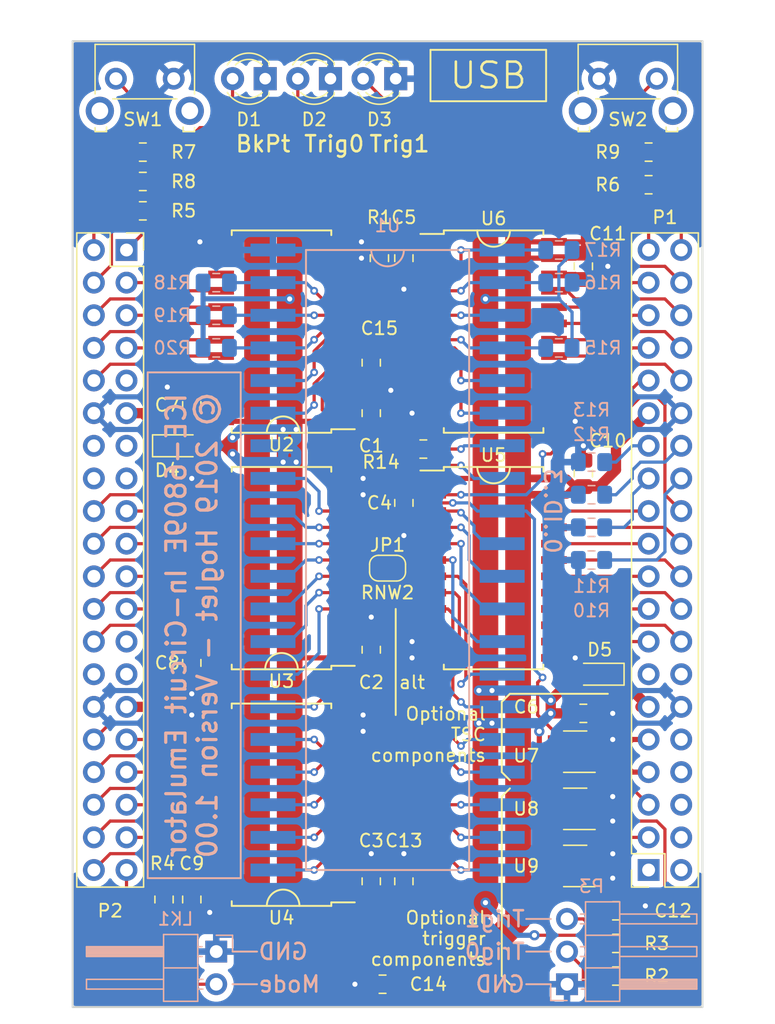
<source format=kicad_pcb>
(kicad_pcb (version 20221018) (generator pcbnew)
  (layers (0 "F.Cu" signal) (31 "B.Cu" signal) (34 "B.Paste" user) (35 "F.Paste" user) (36 "B.SilkS" user "B.Silkscreen") (37 "F.SilkS" user "F.Silkscreen") (38 "B.Mask" user) (39 "F.Mask" user) (44 "Edge.Cuts" user))
  (net 0 "")
  (net 1 "/GND")
  (net 2 "/D7")
  (net 3 "/D6")
  (net 4 "/D5")
  (net 5 "/D4")
  (net 6 "/D3")
  (net 7 "/D2")
  (net 8 "/D1")
  (net 9 "/D0")
  (net 10 "/5V")
  (net 11 "/3V3")
  (net 12 "/A0")
  (net 13 "/A1")
  (net 14 "/A2")
  (net 15 "/A3")
  (net 16 "/A4")
  (net 17 "/A5")
  (net 18 "/A6")
  (net 19 "/A7")
  (net 20 "/A8")
  (net 21 "/A9")
  (net 22 "/A10")
  (net 23 "/A11")
  (net 24 "/A12")
  (net 25 "/A13")
  (net 26 "/A14")
  (net 27 "/A15")
  (net 28 "Net-(R1-Pad2)")
  (net 29 "/nIRQ")
  (net 30 "/nNMI")
  (net 31 "/RnW")
  (net 32 "/nRST")
  (net 33 "/LV_RnW")
  (net 34 "/LV_A0")
  (net 35 "/LV_A1")
  (net 36 "/LV_A2")
  (net 37 "/LV_A3")
  (net 38 "/LV_A4")
  (net 39 "/LV_A5")
  (net 40 "/LV_A6")
  (net 41 "/LV_A7")
  (net 42 "/LV_A8")
  (net 43 "/LV_A9")
  (net 44 "/LV_A10")
  (net 45 "/LV_A11")
  (net 46 "/LV_A15")
  (net 47 "/LV_A14")
  (net 48 "/LV_A13")
  (net 49 "/LV_D7")
  (net 50 "/LV_D6")
  (net 51 "/LV_D5")
  (net 52 "/LV_D4")
  (net 53 "/LV_D3")
  (net 54 "/LV_D2")
  (net 55 "/LV_D1")
  (net 56 "/LV_D0")
  (net 57 "/LV_nIRQ")
  (net 58 "/LV_nRST")
  (net 59 "/LV_nNMI")
  (net 60 "/LV_OED")
  (net 61 "/LV_OEAL")
  (net 62 "/LV_OEAH")
  (net 63 "/LV_A12")
  (net 64 "Net-(P1-Pad14)")
  (net 65 "Net-(P1-Pad13)")
  (net 66 "Net-(P1-Pad10)")
  (net 67 "Net-(P1-Pad8)")
  (net 68 "Net-(P1-Pad6)")
  (net 69 "Net-(P1-Pad4)")
  (net 70 "Net-(P1-Pad2)")
  (net 71 "Net-(P1-Pad1)")
  (net 72 "Net-(P2-Pad28)")
  (net 73 "Net-(P2-Pad27)")
  (net 74 "Net-(P2-Pad25)")
  (net 75 "Net-(P2-Pad16)")
  (net 76 "Net-(P2-Pad15)")
  (net 77 "Net-(P2-Pad14)")
  (net 78 "Net-(P2-Pad13)")
  (net 79 "Net-(U2-Pad15)")
  (net 80 "Net-(U2-Pad14)")
  (net 81 "Net-(U2-Pad10)")
  (net 82 "Net-(U2-Pad9)")
  (net 83 "Net-(D1-Pad2)")
  (net 84 "Net-(D2-Pad2)")
  (net 85 "Net-(D3-Pad2)")
  (net 86 "/VIN2")
  (net 87 "/VIN1")
  (net 88 "/SW2")
  (net 89 "/LED3")
  (net 90 "/LV_TRIG1")
  (net 91 "/LV_TRIG0")
  (net 92 "/JUMPER")
  (net 93 "/LV_OERW")
  (net 94 "/LED2")
  (net 95 "/SW1")
  (net 96 "/LED1")
  (net 97 "/TRIG1")
  (net 98 "/TRIG0")
  (net 99 "/LV_RnW2")
  (net 100 "/RnW2")
  (net 101 "/LV_DIRD")
  (net 102 "/ID3")
  (net 103 "/ID2")
  (net 104 "/ID1")
  (net 105 "/ID0")
  (net 106 "/FILTERED_E")
  (net 107 "Net-(P2-Pad9)")
  (net 108 "/E")
  (net 109 "/TSC")
  (net 110 "/Q")
  (net 111 "/nHALT")
  (net 112 "/LIC")
  (net 113 "/AVMA")
  (net 114 "/BUSY")
  (net 115 "/BA")
  (net 116 "/BS")
  (net 117 "/nFIRQ")
  (net 118 "/LV_AVMA")
  (net 119 "/LV_LIC")
  (net 120 "/LV_BS")
  (net 121 "/LV_BA")
  (net 122 "/LV_BUSY")
  (net 123 "/LV_E")
  (net 124 "/LV_Q")
  (net 125 "/LV_nHALT")
  (net 126 "/LV_TSC")
  (net 127 "/LV_nFIRQ")
  (footprint "Capacitor_SMD:C_0805_2012Metric_Pad1.15x1.40mm_HandSolder" (layer "F.Cu") (at 191.77 78.74 90)
    (fp_text reference "C1")
    (fp_text value "100nF")
  )
  (footprint "Capacitor_SMD:C_0805_2012Metric_Pad1.15x1.40mm_HandSolder" (layer "F.Cu") (at 191.77 97.155 90)
    (fp_text reference "C2")
    (fp_text value "100nF")
  )
  (footprint "Capacitor_SMD:C_0805_2012Metric_Pad1.15x1.40mm_HandSolder" (layer "F.Cu") (at 191.77 115.18 90)
    (fp_text reference "C3")
    (fp_text value "100nF")
  )
  (footprint "Capacitor_SMD:C_0805_2012Metric_Pad1.15x1.40mm_HandSolder" (layer "F.Cu") (at 194.31 85.725 -90)
    (fp_text reference "C4")
    (fp_text value "100nF")
  )
  (footprint "Capacitor_SMD:C_0805_2012Metric_Pad1.15x1.40mm_HandSolder" (layer "F.Cu") (at 194.31 66.675 -90)
    (fp_text reference "C5")
    (fp_text value "100nF")
  )
  (footprint "Capacitor_SMD:C_0805_2012Metric_Pad1.15x1.40mm_HandSolder" (layer "F.Cu") (at 177.8 78.105 90)
    (fp_text reference "C7")
    (fp_text value "100nF")
  )
  (footprint "Capacitor_SMD:C_0805_2012Metric_Pad1.15x1.40mm_HandSolder" (layer "F.Cu") (at 177.8 116.595 -90)
    (fp_text reference "C9")
    (fp_text value "100nF")
  )
  (footprint "Resistor_SMD:R_0805_2012Metric_Pad1.15x1.40mm_HandSolder" (layer "F.Cu") (at 192.405 66.675 -90)
    (fp_text reference "R1")
    (fp_text value "22K")
  )
  (footprint "footprints:SOIC-24W_7.5x15.4mm_Pitch1.27mm" (layer "F.Cu") (at 184.785 72.39 180)
    (fp_text reference "U2")
    (fp_text value "74LVC4245")
  )
  (footprint "footprints:SOIC-24W_7.5x15.4mm_Pitch1.27mm" (layer "F.Cu") (at 184.785 90.805 180)
    (fp_text reference "U3")
    (fp_text value "74LVC4245")
  )
  (footprint "footprints:SOIC-24W_7.5x15.4mm_Pitch1.27mm" (layer "F.Cu") (at 201.295 90.805)
    (fp_text reference "U5")
    (fp_text value "74LVC4245")
  )
  (footprint "Connector_PinSocket_2.54mm:PinSocket_2x20_P2.54mm_Vertical" (layer "F.Cu") (at 213.36 114.3 180)
    (fp_text reference "P1")
    (fp_text value "Conn_02x20_Odd_Even")
  )
  (footprint "Diode_SMD:D_SOD-323_HandSoldering" (layer "F.Cu") (at 209.55 99.06 180)
    (fp_text reference "D5")
    (fp_text value "MBR130")
  )
  (footprint "footprints:SW_Tactile_SKHH_Angled" (layer "F.Cu") (at 171.8945 52.705)
    (fp_text reference "SW1")
    (fp_text value "SW_Push")
  )
  (footprint "Package_TO_SOT_SMD:SOT-23-5_HandSoldering" (layer "F.Cu") (at 207.645 105.09 180)
    (fp_text reference "U7")
    (fp_text value "74LV1T125")
  )
  (footprint "Package_TO_SOT_SMD:SOT-23-5_HandSoldering" (layer "F.Cu") (at 207.645 109.54 180)
    (fp_text reference "U8")
    (fp_text value "74LV1T125")
  )
  (footprint "Package_TO_SOT_SMD:SOT-23-5_HandSoldering" (layer "F.Cu") (at 207.645 113.985 180)
    (fp_text reference "U9")
    (fp_text value "74LV1T125")
  )
  (footprint "Resistor_SMD:R_0805_2012Metric_Pad1.15x1.40mm_HandSolder" (layer "F.Cu") (at 210.82 120.015)
    (fp_text reference "R3")
    (fp_text value "22K")
  )
  (footprint "Resistor_SMD:R_0805_2012Metric_Pad1.15x1.40mm_HandSolder" (layer "F.Cu") (at 210.82 122.555)
    (fp_text reference "R2")
    (fp_text value "22K")
  )
  (footprint "Resistor_SMD:R_0805_2012Metric_Pad1.15x1.40mm_HandSolder" (layer "F.Cu") (at 213.36 60.96)
    (fp_text reference "R6")
    (fp_text value "22K")
  )
  (footprint "footprints:SOIC-24W_7.5x15.4mm_Pitch1.27mm" (layer "F.Cu") (at 201.295 72.39)
    (fp_text reference "U6")
    (fp_text value "74LVC4245")
  )
  (footprint "Resistor_SMD:R_0805_2012Metric_Pad1.15x1.40mm_HandSolder" (layer "F.Cu") (at 173.99 60.706)
    (fp_text reference "R8")
    (fp_text value "330")
  )
  (footprint "Resistor_SMD:R_0805_2012Metric_Pad1.15x1.40mm_HandSolder" (layer "F.Cu") (at 173.99 58.42)
    (fp_text reference "R7")
    (fp_text value "330")
  )
  (footprint "Resistor_SMD:R_0805_2012Metric_Pad1.15x1.40mm_HandSolder" (layer "F.Cu") (at 173.99 62.992 180)
    (fp_text reference "R5")
    (fp_text value "22K")
  )
  (footprint "footprints:SW_Tactile_SKHH_Angled" (layer "F.Cu") (at 209.495 52.705)
    (fp_text reference "SW2")
    (fp_text value "SW_Push")
  )
  (footprint "LED_THT:LED_D3.0mm" (layer "F.Cu") (at 183.515 52.705 180)
    (fp_text reference "D1")
    (fp_text value "LED")
  )
  (footprint "Resistor_SMD:R_0805_2012Metric_Pad1.15x1.40mm_HandSolder" (layer "F.Cu") (at 213.36 58.42 180)
    (fp_text reference "R9")
    (fp_text value "330")
  )
  (footprint "Connector_PinSocket_2.54mm:PinSocket_2x20_P2.54mm_Vertical" (layer "F.Cu") (at 172.72 66.04)
    (fp_text reference "P2")
    (fp_text value "Conn_02x20_Odd_Even")
  )
  (footprint "Diode_SMD:D_SOD-323_HandSoldering" (layer "F.Cu") (at 176.648 81.28)
    (fp_text reference "D4")
    (fp_text value "MBR130")
  )
  (footprint "LED_THT:LED_D3.0mm" (layer "F.Cu") (at 193.675 52.705 180)
    (fp_text reference "D3")
    (fp_text value "LED")
  )
  (footprint "LED_THT:LED_D3.0mm" (layer "F.Cu") (at 188.595 52.705 180)
    (fp_text reference "D2")
    (fp_text value "LED")
  )
  (footprint "Capacitor_SMD:C_0805_2012Metric_Pad1.15x1.40mm_HandSolder" (layer "F.Cu") (at 192.65 123.19 180)
    (fp_text reference "C14")
    (fp_text value "10uF")
  )
  (footprint "Capacitor_SMD:C_0805_2012Metric_Pad1.15x1.40mm_HandSolder" (layer "F.Cu") (at 210.82 117.475)
    (fp_text reference "C12")
    (fp_text value "100nF")
  )
  (footprint "Resistor_SMD:R_0805_2012Metric_Pad1.15x1.40mm_HandSolder" (layer "F.Cu") (at 175.641 116.595 -90)
    (fp_text reference "R4")
    (fp_text value "22K")
  )
  (footprint "footprints:SOIC-24W_7.5x15.4mm_Pitch1.27mm" (layer "F.Cu") (at 184.785 109.22 180)
    (fp_text reference "U4")
    (fp_text value "74LVC4245")
  )
  (footprint "Jumper:SolderJumper-2_P1.3mm_Open_RoundedPad1.0x1.5mm" (layer "F.Cu") (at 193.04 90.805)
    (fp_text reference "JP1")
    (fp_text value "Jumper_2_Open")
  )
  (footprint "Capacitor_SMD:C_0805_2012Metric_Pad1.15x1.40mm_HandSolder" (layer "F.Cu") (at 208.28 102.108)
    (fp_text reference "C6")
    (fp_text value "100nF")
  )
  (footprint "Capacitor_SMD:C_0805_2012Metric_Pad1.15x1.40mm_HandSolder" (layer "F.Cu") (at 208.28 67.31 -90)
    (fp_text reference "C11")
    (fp_text value "100nF")
  )
  (footprint "Capacitor_SMD:C_0805_2012Metric_Pad1.15x1.40mm_HandSolder" (layer "F.Cu") (at 194.31 115.18 90)
    (fp_text reference "C13")
    (fp_text value "10uF")
  )
  (footprint "Capacitor_SMD:C_0805_2012Metric_Pad1.15x1.40mm_HandSolder" (layer "F.Cu") (at 208.28 83.43 90)
    (fp_text reference "C10")
    (fp_text value "100nF")
  )
  (footprint "Resistor_SMD:R_0805_2012Metric_Pad1.15x1.40mm_HandSolder" (layer "F.Cu") (at 195.825 81.534)
    (fp_text reference "R14")
    (fp_text value "0")
  )
  (footprint "Capacitor_SMD:C_0805_2012Metric_Pad1.15x1.40mm_HandSolder" (layer "F.Cu") (at 177.8 98.18 -90)
    (fp_text reference "C8")
    (fp_text value "100nF")
  )
  (footprint "Capacitor_SMD:C_0805_2012Metric_Pad1.15x1.40mm_HandSolder" (layer "F.Cu") (at 191.77 74.812 -90)
    (fp_text reference "C15")
    (fp_text value "0")
  )
  (footprint "Connector_PinHeader_2.54mm:PinHeader_1x02_P2.54mm_Horizontal" (layer "B.Cu") (at 179.705 120.65 180)
    (fp_text reference "LK1")
    (fp_text value "Conn_01x02")
  )
  (footprint "Connector_PinHeader_2.54mm:PinHeader_1x03_P2.54mm_Horizontal" (layer "B.Cu") (at 207.01 123.19)
    (fp_text reference "P3")
    (fp_text value "Conn_01x03")
  )
  (footprint "footprints:dip40_smt_header" (layer "B.Cu") (at 185.42 66.04 180)
    (fp_text reference "U1")
    (fp_text value "MC6809E")
  )
  (footprint "Resistor_SMD:R_0805_2012Metric_Pad1.15x1.40mm_HandSolder" (layer "B.Cu") (at 208.915 85.09)
    (fp_text reference "R12")
    (fp_text value "0")
  )
  (footprint "Resistor_SMD:R_0805_2012Metric_Pad1.15x1.40mm_HandSolder" (layer "B.Cu") (at 208.915 87.63)
    (fp_text reference "R11")
    (fp_text value "0")
  )
  (footprint "Resistor_SMD:R_0805_2012Metric_Pad1.15x1.40mm_HandSolder" (layer "B.Cu") (at 208.915 82.55)
    (fp_text reference "R13")
    (fp_text value "0")
  )
  (footprint "Resistor_SMD:R_0805_2012Metric_Pad1.15x1.40mm_HandSolder" (layer "B.Cu") (at 208.915 90.17)
    (fp_text reference "R10")
    (fp_text value "0")
  )
  (footprint "Resistor_SMD:R_0805_2012Metric_Pad1.15x1.40mm_HandSolder" (layer "B.Cu") (at 206.375 73.66 180)
    (fp_text reference "R15")
    (fp_text value "22K")
  )
  (footprint "Resistor_SMD:R_0805_2012Metric_Pad1.15x1.40mm_HandSolder" (layer "B.Cu") (at 179.705 71.12)
    (fp_text reference "R19")
    (fp_text value "22K")
  )
  (footprint "Resistor_SMD:R_0805_2012Metric_Pad1.15x1.40mm_HandSolder" (layer "B.Cu") (at 179.705 68.58)
    (fp_text reference "R18")
    (fp_text value "22K")
  )
  (footprint "Resistor_SMD:R_0805_2012Metric_Pad1.15x1.40mm_HandSolder" (layer "B.Cu") (at 206.375 66.04 180)
    (fp_text reference "R17")
    (fp_text value "22K")
  )
  (footprint "Resistor_SMD:R_0805_2012Metric_Pad1.15x1.40mm_HandSolder" (layer "B.Cu") (at 206.375 68.58)
    (fp_text reference "R16")
    (fp_text value "22K")
  )
  (footprint "Resistor_SMD:R_0805_2012Metric_Pad1.15x1.40mm_HandSolder" (layer "B.Cu") (at 179.705 73.66)
    (fp_text reference "R20")
    (fp_text value "22K")
  )
  (gr_line (start 180.975 120.65) (end 182.88 120.65) (stroke (width 0.15)) (layer "B.SilkS"))
  (gr_line (start 180.975 123.19) (end 182.88 123.19) (stroke (width 0.15)) (layer "B.SilkS"))
  (gr_line (start 174.371 114.935) (end 181.61 114.935) (stroke (width 0.15)) (layer "B.SilkS"))
  (gr_line (start 181.61 75.565) (end 174.371 75.565) (stroke (width 0.15)) (layer "B.SilkS"))
  (gr_line (start 174.371 75.565) (end 174.371 114.935) (stroke (width 0.15)) (layer "B.SilkS"))
  (gr_line (start 181.61 114.935) (end 181.61 75.565) (stroke (width 0.15)) (layer "B.SilkS"))
  (gr_line (start 203.835 123.19) (end 205.74 123.19) (stroke (width 0.15)) (layer "B.SilkS"))
  (gr_line (start 203.835 120.65) (end 205.74 120.65) (stroke (width 0.15)) (layer "B.SilkS"))
  (gr_line (start 203.835 118.11) (end 205.74 118.11) (stroke (width 0.15)) (layer "B.SilkS"))
  (gr_line (start 205.38 54.46) (end 196.38 54.46) (stroke (width 0.15)) (layer "F.SilkS"))
  (gr_line (start 205.38 50.46) (end 205.38 54.46) (stroke (width 0.15)) (layer "F.SilkS"))
  (gr_line (start 196.38 54.46) (end 196.38 50.46) (stroke (width 0.15)) (layer "F.SilkS"))
  (gr_line (start 196.38 50.46) (end 205.38 50.46) (stroke (width 0.15)) (layer "F.SilkS"))
  (gr_arc (start 202.565 64.516) (mid 201.295 65.786) (end 200.025 64.516) (stroke (width 0.15)) (layer "F.SilkS"))
  (gr_arc (start 202.565 82.931) (mid 201.295 84.201) (end 200.025 82.931) (stroke (width 0.15)) (layer "F.SilkS"))
  (gr_arc (start 183.515 98.679) (mid 184.785 97.409) (end 186.055 98.679) (stroke (width 0.15)) (layer "F.SilkS"))
  (gr_arc (start 183.642 117.094) (mid 184.912 115.824) (end 186.182 117.094) (stroke (width 0.15)) (layer "F.SilkS"))
  (gr_arc (start 183.642 80.264) (mid 184.912 78.994) (end 186.182 80.264) (stroke (width 0.15)) (layer "F.SilkS"))
  (gr_line (start 202.565 100.584) (end 201.93 101.219) (stroke (width 0.15)) (layer "F.SilkS"))
  (gr_line (start 202.565 107.95) (end 201.93 108.585) (stroke (width 0.15)) (layer "F.SilkS"))
  (gr_line (start 201.93 106.68) (end 201.93 101.219) (stroke (width 0.15)) (layer "F.SilkS"))
  (gr_line (start 201.93 108.585) (end 201.93 122.555) (stroke (width 0.15)) (layer "F.SilkS"))
  (gr_line (start 202.565 100.584) (end 210.185 100.584) (stroke (width 0.15)) (layer "F.SilkS"))
  (gr_line (start 201.93 122.555) (end 202.565 123.19) (stroke (width 0.15)) (layer "F.SilkS"))
  (gr_line (start 193.675 93.98) (end 193.675 102.235) (stroke (width 0.15)) (layer "F.SilkS"))
  (gr_line (start 202.565 107.315) (end 201.93 106.68) (stroke (width 0.15)) (layer "F.SilkS"))
  (gr_line (start 168.529 124.968) (end 168.529 49.784) (stroke (width 0.15)) (layer "Edge.Cuts"))
  (gr_line (start 217.551 124.968) (end 168.529 124.968) (stroke (width 0.15)) (layer "Edge.Cuts"))
  (gr_line (start 217.551 49.784) (end 217.551 124.968) (stroke (width 0.15)) (layer "Edge.Cuts"))
  (gr_line (start 168.529 49.784) (end 217.551 49.784) (stroke (width 0.15)) (layer "Edge.Cuts"))
  (gr_text "GND" (at 203.835 123.19) (layer "B.SilkS") (effects (font (size 1.25 1.25) (thickness 0.2)) (justify left mirror)))
  (gr_text "Trig0" (at 203.835 120.65) (layer "B.SilkS") (effects (font (size 1.25 1.25) (thickness 0.2)) (justify left mirror)))
  (gr_text "GND" (at 182.88 120.65) (layer "B.SilkS") (effects (font (size 1.25 1.25) (thickness 0.2)) (justify right mirror)))
  (gr_text "Mode" (at 182.88 123.19) (layer "B.SilkS") (effects (font (size 1.25 1.25) (thickness 0.2)) (justify right mirror)))
  (gr_text "ICE-6809E In-Circuit Emulator\n© 2019 Hoglet - Version 1.00" (at 177.8 95.25 90) (layer "B.SilkS") (effects (font (size 1.5 1.5) (thickness 0.25)) (justify mirror)))
  (gr_text "Trig1" (at 203.835 118.11) (layer "B.SilkS") (effects (font (size 1.25 1.25) (thickness 0.2)) (justify left mirror)))
  (gr_text "0..ID..3" (at 205.867 86.36 270) (layer "B.SilkS") (effects (font (size 1.25 1.25) (thickness 0.2)) (justify mirror)))
  (gr_text "USB" (at 200.88 52.46) (layer "F.SilkS") (effects (font (size 2 2) (thickness 0.2))))
  (gr_text "BkPt" (at 181.102 57.785) (layer "F.SilkS") (effects (font (size 1.25 1.25) (thickness 0.2)) (justify left)))
  (gr_text "RNW2" (at 193.04 92.71) (layer "F.SilkS") (effects (font (size 1 1))))
  (gr_text "Trig0" (at 186.436 57.785) (layer "F.SilkS") (effects (font (size 1.25 1.25) (thickness 0.2)) (justify left)))
  (gr_text "Trig1" (at 191.516 57.785) (layer "F.SilkS") (effects (font (size 1.25 1.25) (thickness 0.2)) (justify left)))
  (gr_text "Optional\ntrigger\ncomponents" (at 200.787 119.634) (layer "F.SilkS") (effects (font (size 1 1)) (justify right)))
  (gr_text "Optional\nTSC\ncomponents\n" (at 200.787 103.759) (layer "F.SilkS") (effects (font (size 1 1)) (justify right)))
  (gr_text "alt" (at 194.945 99.695) (layer "F.SilkS") (effects (font (size 1 1))))
  (segment (start 195.58 78.105) (end 194.945 78.74) (width 0.4) (layer "F.Cu") (net 1))
  (segment (start 191.135 83.82) (end 189.485 83.82) (width 0.4) (layer "F.Cu") (net 1))
  (segment (start 195.58 79.375) (end 194.945 78.74) (width 0.4) (layer "F.Cu") (net 1))
  (segment (start 179.188 117.602) (end 177.8 117.602) (width 0.4) (layer "F.Cu") (net 1))
  (segment (start 191.135 102.235) (end 189.485 102.235) (width 0.4) (layer "F.Cu") (net 1))
  (segment (start 207.665 67.945) (end 205.995 67.945) (width 0.4) (layer "F.Cu") (net 1))
  (segment (start 189.485 114.935) (end 190.99 114.935) (width 0.4) (layer "F.Cu") (net 1))
  (segment (start 208.28 68.56) (end 207.665 67.945) (width 0.4) (layer "F.Cu") (net 1))
  (segment (start 205.995 79.375) (end 207.645 79.375) (width 0.4) (layer "F.Cu") (net 1))
  (segment (start 210.185 67.31) (end 209.16 68.335) (width 0.4) (layer "F.Cu") (net 1))
  (segment (start 176.775 77.08) (end 177.8 77.08) (width 0.4) (layer "F.Cu") (net 1))
  (segment (start 196.595 78.105) (end 195.58 78.105) (width 0.4) (layer "F.Cu") (net 1))
  (segment (start 189.485 103.505) (end 191.135 103.505) (width 0.4) (layer "F.Cu") (net 1))
  (segment (start 212.725 117.475) (end 211.845 117.475) (width 0.4) (layer "F.Cu") (net 1))
  (segment (start 189.485 78.105) (end 191.38 78.105) (width 0.4) (layer "F.Cu") (net 1))
  (segment (start 210.566 110.49) (end 208.995 110.49) (width 0.4) (layer "F.Cu") (net 1))
  (segment (start 208.28 81.28) (end 208.28 81.935) (width 0.4) (layer "F.Cu") (net 1))
  (segment (start 177.8 99.675) (end 177.8 100.584) (width 0.4) (layer "F.Cu") (net 1))
  (segment (start 196.595 97.79) (end 194.945 97.79) (width 0.4) (layer "F.Cu") (net 1))
  (segment (start 180.085 76.835) (end 178.045 76.835) (width 0.4) (layer "F.Cu") (net 1))
  (segment (start 208.995 114.935) (end 210.566 114.935) (width 0.4) (layer "F.Cu") (net 1))
  (segment (start 191.155 96.52) (end 189.485 96.52) (width 0.4) (layer "F.Cu") (net 1))
  (segment (start 209.16 68.335) (end 208.28 68.335) (width 0.4) (layer "F.Cu") (net 1))
  (segment (start 191.77 113.685) (end 191.77 114.155) (width 0.4) (layer "F.Cu") (net 1))
  (segment (start 194.31 86.995) (end 194.31 88.256) (width 0.4) (layer "F.Cu") (net 1))
  (segment (start 191.77 75.837) (end 192.169 75.837) (width 0.4) (layer "F.Cu") (net 1))
  (segment (start 190.99 114.935) (end 191.77 114.155) (width 0.4) (layer "F.Cu") (net 1))
  (segment (start 191.38 78.105) (end 191.77 77.715) (width 0.4) (layer "F.Cu") (net 1))
  (segment (start 210.571 113.035) (end 208.995 113.035) (width 0.4) (layer "F.Cu") (net 1))
  (segment (start 194.31 114.155) (end 194.31 113.03) (width 0.4) (layer "F.Cu") (net 1))
  (segment (start 208.995 108.59) (end 210.561 108.59) (width 0.4) (layer "F.Cu") (net 1))
  (segment (start 191.135 85.09) (end 189.485 85.09) (width 0.4) (layer "F.Cu") (net 1))
  (segment (start 193.294 76.962) (end 192.541 77.715) (width 0.4) (layer "F.Cu") (net 1))
  (segment (start 175.895 76.708) (end 176.403 76.708) (width 0.4) (layer "F.Cu") (net 1))
  (segment (start 191.77 94.615) (end 191.77 95.905) (width 0.4) (layer "F.Cu") (net 1))
  (segment (start 191.625 123.19) (end 190.5 123.19) (width 0.4) (layer "F.Cu") (net 1))
  (segment (start 213.106 117.094) (end 212.725 117.475) (width 0.4) (layer "F.Cu") (net 1))
  (segment (start 205.995 97.79) (end 207.645 97.79) (width 0.4) (layer "F.Cu") (net 1))
  (segment (start 177.8 83.82) (end 180.085 83.82) (width 0.4) (layer "F.Cu") (net 1))
  (segment (start 192.541 77.715) (end 191.77 77.715) (width 0.4) (layer "F.Cu") (net 1))
  (segment (start 191.77 114.155) (end 191.77 113.03) (width 0.4) (layer "F.Cu") (net 1))
  (segment (start 208.995 104.14) (end 210.566 104.14) (width 0.4) (layer "F.Cu") (net 1))
  (segment (start 191.008 66.675) (end 189.485 66.675) (width 0.4) (layer "F.Cu") (net 1))
  (segment (start 178.045 76.835) (end 177.8 77.08) (width 0.4) (layer "F.Cu") (net 1))
  (segment (start 194.31 69.088) (end 194.31 67.925) (width 0.4) (layer "F.Cu") (net 1))
  (segment (start 180.085 102.235) (end 177.8 102.235) (width 0.4) (layer "F.Cu") (net 1))
  (segment (start 209.305 102.108) (end 210.566 102.108) (width 0.4) (layer "F.Cu") (net 1))
  (segment (start 210.561 108.59) (end 210.566 108.585) (width 0.4) (layer "F.Cu") (net 1))
  (segment (start 192.169 75.837) (end 193.294 76.962) (width 0.4) (layer "F.Cu") (net 1))
  (segment (start 180.085 65.405) (end 178.435 65.405) (width 0.4) (layer "F.Cu") (net 1))
  (segment (start 194.945 96.52) (end 196.595 96.52) (width 0.4) (layer "F.Cu") (net 1))
  (segment (start 191.008 65.405) (end 189.485 65.405) (width 0.4) (layer "F.Cu") (net 1))
  (segment (start 191.77 95.905) (end 191.155 96.52) (width 0.4) (layer "F.Cu") (net 1))
  (segment (start 196.595 79.375) (end 195.58 79.375) (width 0.4) (layer "F.Cu") (net 1))
  (segment (start 176.403 76.708) (end 176.775 77.08) (width 0.4) (layer "F.Cu") (net 1))
  (via (at 194.945 96.52) (size 0.8) (drill 0.4) (layers "F.Cu" "B.Cu") (net 1))
  (via (at 191.135 102.235) (size 0.8) (drill 0.4) (layers "F.Cu" "B.Cu") (net 1))
  (via (at 177.8 102.235) (size 0.8) (drill 0.4) (layers "F.Cu" "B.Cu") (net 1))
  (via (at 194.31 113.03) (size 0.8) (drill 0.4) (layers "F.Cu" "B.Cu") (net 1))
  (via (at 191.008 66.675) (size 0.8) (drill 0.4) (layers "F.Cu" "B.Cu") (net 1))
  (via (at 191.135 83.82) (size 0.8) (drill 0.4) (layers "F.Cu" "B.Cu") (net 1))
  (via (at 191.135 103.505) (size 0.8) (drill 0.4) (layers "F.Cu" "B.Cu") (net 1))
  (via (at 177.8 100.584) (size 0.8) (drill 0.4) (layers "F.Cu" "B.Cu") (net 1))
  (via (at 207.645 79.375) (size 0.8) (drill 0.4) (layers "F.Cu" "B.Cu") (net 1))
  (via (at 194.945 78.74) (size 0.8) (drill 0.4) (layers "F.Cu" "B.Cu") (net 1))
  (via (at 210.571 113.035) (size 0.8) (drill 0.4) (layers "F.Cu" "B.Cu") (net 1))
  (via (at 210.185 67.31) (size 0.8) (drill 0.4) (layers "F.Cu" "B.Cu") (net 1))
  (via (at 210.566 102.108) (size 0.8) (drill 0.4) (layers "F.Cu" "B.Cu") (net 1))
  (via (at 191.008 65.405) (size 0.8) (drill 0.4) (layers "F.Cu" "B.Cu") (net 1))
  (via (at 194.945 97.79) (size 0.8) (drill 0.4) (layers "F.Cu" "B.Cu") (net 1))
  (via (at 194.31 69.088) (size 0.8) (drill 0.4) (layers "F.Cu" "B.Cu") (net 1))
  (via (at 191.77 113.03) (size 0.8) (drill 0.4) (layers "F.Cu" "B.Cu") (net 1))
  (via (at 175.895 76.708) (size 0.8) (drill 0.4) (layers "F.Cu" "B.Cu") (net 1))
  (via (at 210.566 110.49) (size 0.8) (drill 0.4) (layers "F.Cu" "B.Cu") (net 1))
  (via (at 178.435 65.405) (size 0.8) (drill 0.4) (layers "F.Cu" "B.Cu") (net 1))
  (via (at 208.28 81.28) (size 0.8) (drill 0.4) (layers "F.Cu" "B.Cu") (net 1))
  (via (at 191.77 94.615) (size 0.8) (drill 0.4) (layers "F.Cu" "B.Cu") (net 1))
  (via (at 179.197 117.602) (size 0.8) (drill 0.4) (layers "F.Cu" "B.Cu") (net 1))
  (via (at 191.135 85.09) (size 0.8) (drill 0.4) (layers "F.Cu" "B.Cu") (net 1))
  (via (at 190.5 123.19) (size 0.8) (drill 0.4) (layers "F.Cu" "B.Cu") (net 1))
  (via (at 207.645 97.79) (size 0.8) (drill 0.4) (layers "F.Cu" "B.Cu") (net 1))
  (via (at 194.31 88.265) (size 0.8) (drill 0.4) (layers "F.Cu" "B.Cu") (net 1))
  (via (at 193.294 76.962) (size 0.8) (drill 0.4) (layers "F.Cu" "B.Cu") (net 1))
  (via (at 210.566 114.935) (size 0.8) (drill 0.4) (layers "F.Cu" "B.Cu") (net 1))
  (via (at 177.8 83.82) (size 0.8) (drill 0.4) (layers "F.Cu" "B.Cu") (net 1))
  (via (at 213.106 117.094) (size 0.8) (drill 0.4) (layers "F.Cu" "B.Cu") (net 1))
  (via (at 210.566 108.585) (size 0.8) (drill 0.4) (layers "F.Cu" "B.Cu") (net 1))
  (via (at 210.566 104.14) (size 0.8) (drill 0.4) (layers "F.Cu" "B.Cu") (net 1))
  (segment (start 174.625 80.01) (end 171.45 80.01) (width 0.4) (layer "B.Cu") (net 1))
  (segment (start 171.45 80.01) (end 170.18 78.74) (width 0.4) (layer "B.Cu") (net 1))
  (segment (start 174.625 78.74) (end 174.625 80.01) (width 0.4) (layer "B.Cu") (net 1))
  (segment (start 214.63 77.47) (end 210.185 77.47) (width 0.4) (layer "B.Cu") (net 1))
  (segment (start 210.185 77.47) (end 210.185 80.01) (width 0.4) (layer "B.Cu") (net 1))
  (segment (start 214.63 80.01) (end 215.9 78.74) (width 0.4) (layer "B.Cu") (net 1))
  (segment (start 171.45 102.87) (end 175.26 102.87) (width 0.4) (layer "B.Cu") (net 1))
  (segment (start 171.45 100.33) (end 175.26 100.33) (width 0.4) (layer "B.Cu") (net 1))
  (segment (start 171.45 77.47) (end 173.99 77.47) (width 0.4) (layer "B.Cu") (net 1))
  (segment (start 173.99 77.47) (end 174.9425 78.4225) (width 0.4) (layer "B.Cu") (net 1))
  (segment (start 174.9425 78.4225) (end 174.625 78.74) (width 0.4) (layer "B.Cu") (net 1))
  (segment (start 194.31 97.155) (end 194.945 97.155) (width 0.4) (layer "B.Cu") (net 1))
  (segment (start 195.58 113.03) (end 191.77 113.03) (width 0.4) (layer "B.Cu") (net 1))
  (segment (start 194.945 96.52) (end 194.945 97.79) (width 0.4) (layer "B.Cu") (net 1))
  (segment (start 193.294 77.089) (end 194.945 78.74) (width 0.4) (layer "B.Cu") (net 1))
  (segment (start 215.9 78.74) (end 214.63 77.47) (width 0.4) (layer "B.Cu") (net 1))
  (segment (start 208.28 81.28) (end 208.28 79.375) (width 0.4) (layer "B.Cu") (net 1))
  (segment (start 179.705 118.364) (end 179.705 119.38) (width 0.4) (layer "B.Cu") (net 1))
  (segment (start 191.008 66.675) (end 191.008 65.405) (width 0.4) (layer "B.Cu") (net 1))
  (segment (start 195.58 113.03) (end 195.58 116.205) (width 0.4) (layer "B.Cu") (net 1))
  (segment (start 213.106 117.094) (end 211.582 115.57) (width 0.4) (layer "B.Cu") (net 1))
  (segment (start 170.18 78.74) (end 171.45 77.47) (width 0.4) (layer "B.Cu") (net 1))
  (segment (start 194.945 83.185) (end 194.945 81.407) (width 0.4) (layer "B.Cu") (net 1))
  (segment (start 194.945 81.407) (end 194.945 78.74) (width 0.4) (layer "B.Cu") (net 1))
  (segment (start 191.008 66.675) (end 191.008 69.088) (width 0.4) (layer "B.Cu") (net 1))
  (segment (start 210.185 80.01) (end 214.63 80.01) (width 0.4) (layer "B.Cu") (net 1))
  (segment (start 175.26 80.645) (end 174.625 80.01) (width 0.4) (layer "B.Cu") (net 1))
  (segment (start 194.31 88.265) (end 191.135 88.265) (width 0.4) (layer "B.Cu") (net 1))
  (segment (start 215.9 101.6) (end 214.63 102.87) (width 0.4) (layer "B.Cu") (net 1))
  (segment (start 177.8 83.82) (end 177.165 83.82) (width 0.4) (layer "B.Cu") (net 1))
  (segment (start 175.895 77.47) (end 174.879 78.486) (width 0.4) (layer "B.Cu") (net 1))
  (segment (start 210.185 67.31) (end 210.185 77.47) (width 0.4) (layer "B.Cu") (net 1))
  (segment (start 191.008 69.088) (end 194.31 69.088) (width 0.4) (layer "B.Cu") (net 1))
  (segment (start 210.566 108.585) (end 210.566 102.108) (width 0.4) (layer "B.Cu") (net 1))
  (segment (start 177.165 102.87) (end 175.26 102.87) (width 0.4) (layer "B.Cu") (net 1))
  (segment (start 170.18 101.6) (end 171.45 102.87) (width 0.4) (layer "B.Cu") (net 1))
  (segment (start 175.895 76.708) (end 175.895 77.47) (width 0.4) (layer "B.Cu") (net 1))
  (segment (start 210.185 79.375) (end 208.28 79.375) (width 0.4) (layer "B.Cu") (net 1))
  (segment (start 175.895 67.945) (end 178.435 65.405) (width 0.4) (layer "B.Cu") (net 1))
  (segment (start 193.294 76.962) (end 193.294 77.089) (width 0.4) (layer "B.Cu") (net 1))
  (segment (start 191.135 83.82) (end 191.135 85.09) (width 0.4) (layer "B.Cu") (net 1))
  (segment (start 177.8 102.235) (end 177.8 100.584) (width 0.4) (layer "B.Cu") (net 1))
  (segment (start 190.5 119.38) (end 190.5 123.19) (width 0.4) (layer "B.Cu") (net 1))
  (segment (start 208.28 79.375) (end 207.645 79.375) (width 0.4) (layer "B.Cu") (net 1))
  (segment (start 210.566 98.806) (end 209.55 97.79) (width 0.4) (layer "B.Cu") (net 1))
  (segment (start 191.135 88.265) (end 191.135 85.09) (width 0.4) (layer "B.Cu") (net 1))
  (segment (start 209.55 97.79) (end 207.645 97.79) (width 0.4) (layer "B.Cu") (net 1))
  (segment (start 179.197 117.856) (end 179.705 118.364) (width 0.4) (layer "B.Cu") (net 1))
  (segment (start 214.63 100.33) (end 210.566 100.33) (width 0.4) (layer "B.Cu") (net 1))
  (segment (start 191.135 83.185) (end 194.945 83.185) (width 0.4) (layer "B.Cu") (net 1))
  (segment (start 210.566 100.33) (end 210.566 98.806) (width 0.4) (layer "B.Cu") (net 1))
  (segment (start 175.895 76.708) (end 175.895 67.945) (width 0.4) (layer "B.Cu") (net 1))
  (segment (start 170.18 101.6) (end 171.45 100.33) (width 0.4) (layer "B.Cu") (net 1))
  (segment (start 214.63 102.87) (end 210.566 102.87) (width 0.4) (layer "B.Cu") (net 1))
  (segment (start 190.5 119.38) (end 191.77 119.38) (width 0.4) (layer "B.Cu") (net 1))
  (segment (start 211.582 115.57) (end 210.566 115.57) (width 0.4) (layer "B.Cu") (net 1))
  (segment (start 191.135 103.505) (end 191.135 102.235) (width 0.4) (layer "B.Cu") (net 1))
  (segment (start 185.42 66.04) (end 182.88 66.04) (width 0.8) (layer "B.Cu") (net 1))
  (segment (start 191.77 119.38) (end 195.58 116.205) (width 0.4) (layer "B.Cu") (net 1))
  (segment (start 191.135 83.82) (end 191.135 83.185) (width 0.4) (layer "B.Cu") (net 1))
  (segment (start 175.26 102.87) (end 175.26 100.33) (width 0.4) (layer "B.Cu") (net 1))
  (segment (start 175.26 81.915) (end 175.26 80.645) (width 0.4) (layer "B.Cu") (net 1))
  (segment (start 191.77 94.615) (end 194.31 97.155) (width 0.4) (layer "B.Cu") (net 1))
  (segment (start 177.8 102.235) (end 177.165 102.87) (width 0.4) (layer "B.Cu") (net 1))
  (segment (start 179.705 119.38) (end 190.5 119.38) (width 0.4) (layer "B.Cu") (net 1))
  (segment (start 215.9 101.6) (end 214.63 100.33) (width 0.4) (layer "B.Cu") (net 1))
  (segment (start 210.566 102.108) (end 210.566 100.33) (width 0.4) (layer "B.Cu") (net 1))
  (segment (start 177.165 83.82) (end 175.26 81.915) (width 0.4) (layer "B.Cu") (net 1))
  (segment (start 194.945 81.407) (end 194.818 81.407) (width 0.25) (layer "B.Cu") (net 1))
  (segment (start 179.705 119.38) (end 179.705 120.65) (width 0.4) (layer "B.Cu") (net 1))
  (segment (start 210.566 115.57) (end 210.566 108.585) (width 0.4) (layer "B.Cu") (net 1))
  (segment (start 194.31 95.25) (end 196.595 95.25) (width 0.25) (layer "F.Cu") (net 2))
  (segment (start 193.675 101.6) (end 193.675 95.885) (width 0.25) (layer "F.Cu") (net 2))
  (segment (start 198.755 106.68) (end 193.675 101.6) (width 0.25) (layer "F.Cu") (net 2))
  (segment (start 193.675 95.885) (end 194.31 95.25) (width 0.25) (layer "F.Cu") (net 2))
  (via (at 198.755 106.68) (size 0.6) (drill 0.3) (layers "F.Cu" "B.Cu") (net 2))
  (segment (start 200.66 106.68) (end 198.755 106.68) (width 0.25) (layer "B.Cu") (net 2))
  (segment (start 198.755 104.648) (end 197.612 103.505) (width 0.25) (layer "F.Cu") (net 3))
  (segment (start 197.612 103.505) (end 197.612 98.806) (width 0.25) (layer "F.Cu") (net 3))
  (segment (start 197.612 98.806) (end 198.12 98.298) (width 0.25) (layer "F.Cu") (net 3))
  (segment (start 197.739 93.98) (end 196.595 93.98) (width 0.25) (layer "F.Cu") (net 3))
  (segment (start 198.12 94.361) (end 197.739 93.98) (width 0.25) (layer "F.Cu") (net 3))
  (segment (start 198.12 98.298) (end 198.12 94.361) (width 0.25) (layer "F.Cu") (net 3))
  (via (at 198.755 104.648) (size 0.6) (drill 0.3) (layers "F.Cu" "B.Cu") (net 3))
  (segment (start 199.263 104.14) (end 200.66 104.14) (width 0.25) (layer "B.Cu") (net 3))
  (segment (start 198.755 104.648) (end 199.263 104.14) (width 0.25) (layer "B.Cu") (net 3))
  (segment (start 198.628 93.091) (end 198.247 92.71) (width 0.25) (layer "F.Cu") (net 4))
  (segment (start 198.12 100.584) (end 198.12 99.187) (width 0.25) (layer "F.Cu") (net 4))
  (segment (start 198.628 98.679) (end 198.628 93.091) (width 0.25) (layer "F.Cu") (net 4))
  (segment (start 198.755 101.219) (end 198.12 100.584) (width 0.25) (layer "F.Cu") (net 4))
  (segment (start 198.12 99.187) (end 198.628 98.679) (width 0.25) (layer "F.Cu") (net 4))
  (segment (start 198.247 92.71) (end 196.595 92.71) (width 0.25) (layer "F.Cu") (net 4))
  (via (at 198.755 101.219) (size 0.6) (drill 0.3) (layers "F.Cu" "B.Cu") (net 4))
  (segment (start 198.755 101.219) (end 199.136 101.6) (width 0.25) (layer "B.Cu") (net 4))
  (segment (start 199.136 101.6) (end 200.66 101.6) (width 0.25) (layer "B.Cu") (net 4))
  (segment (start 199.136 99.441) (end 199.136 92.075) (width 0.25) (layer "F.Cu") (net 5))
  (segment (start 198.755 99.822) (end 199.136 99.441) (width 0.25) (layer "F.Cu") (net 5))
  (segment (start 198.501 91.44) (end 196.595 91.44) (width 0.25) (layer "F.Cu") (net 5))
  (segment (start 199.136 92.075) (end 198.501 91.44) (width 0.25) (layer "F.Cu") (net 5))
  (via (at 198.755 99.822) (size 0.6) (drill 0.3) (layers "F.Cu" "B.Cu") (net 5))
  (segment (start 199.517 99.06) (end 200.66 99.06) (width 0.25) (layer "B.Cu") (net 5))
  (segment (start 198.755 99.822) (end 199.517 99.06) (width 0.25) (layer "B.Cu") (net 5))
  (segment (start 196.595 90.17) (end 198.12 90.17) (width 0.25) (layer "F.Cu") (net 6))
  (via (at 198.12 90.17) (size 0.6) (drill 0.3) (layers "F.Cu" "B.Cu") (net 6))
  (segment (start 200.025 96.52) (end 200.66 96.52) (width 0.25) (layer "B.Cu") (net 6))
  (segment (start 198.12 94.615) (end 200.025 96.52) (width 0.25) (layer "B.Cu") (net 6))
  (segment (start 198.12 90.17) (end 198.12 94.615) (width 0.25) (layer "B.Cu") (net 6))
  (segment (start 196.595 88.9) (end 198.755 88.9) (width 0.25) (layer "F.Cu") (net 7))
  (via (at 198.755 88.9) (size 0.6) (drill 0.3) (layers "F.Cu" "B.Cu") (net 7))
  (segment (start 198.755 88.9) (end 198.755 92.075) (width 0.25) (layer "B.Cu") (net 7))
  (segment (start 198.755 92.075) (end 200.66 93.98) (width 0.25) (layer "B.Cu") (net 7))
  (segment (start 196.595 87.63) (end 198.755 87.63) (width 0.25) (layer "F.Cu") (net 8))
  (via (at 198.755 87.63) (size 0.6) (drill 0.3) (layers "F.Cu" "B.Cu") (net 8))
  (segment (start 199.39 88.265) (end 199.39 90.17) (width 0.25) (layer "B.Cu") (net 8))
  (segment (start 199.39 90.17) (end 200.66 91.44) (width 0.25) (layer "B.Cu") (net 8))
  (segment (start 198.755 87.63) (end 199.39 88.265) (width 0.25) (layer "B.Cu") (net 8))
  (segment (start 198.628 86.36) (end 196.595 86.36) (width 0.25) (layer "F.Cu") (net 9))
  (segment (start 198.755 86.487) (end 198.628 86.36) (width 0.25) (layer "F.Cu") (net 9))
  (via (at 198.755 86.487) (size 0.6) (drill 0.3) (layers "F.Cu" "B.Cu") (net 9))
  (segment (start 198.755 86.487) (end 199.771 87.503) (width 0.25) (layer "B.Cu") (net 9))
  (segment (start 199.771 87.503) (end 199.771 88.011) (width 0.25) (layer "B.Cu") (net 9))
  (segment (start 199.771 88.011) (end 200.66 88.9) (width 0.25) (layer "B.Cu") (net 9))
  (segment (start 191.155 97.79) (end 191.77 98.405) (width 0.4) (layer "F.Cu") (net 10))
  (segment (start 191.81 98.445) (end 191.77 98.405) (width 0.4) (layer "F.Cu") (net 10))
  (segment (start 191.75 116.205) (end 191.77 116.185) (width 0.4) (layer "F.Cu") (net 10))
  (segment (start 200.66 101.6) (end 200.66 83.82) (width 2) (layer "F.Cu") (net 10))
  (segment (start 194.33 65.405) (end 194.31 65.425) (width 0.4) (layer "F.Cu") (net 10))
  (segment (start 185.42 79.375) (end 185.42 97.79) (width 2) (layer "F.Cu") (net 10))
  (segment (start 185.42 64.77) (end 186.69 63.5) (width 2) (layer "F.Cu") (net 10))
  (segment (start 204.851 105.776) (end 205.115 106.04) (width 0.4) (layer "F.Cu") (net 10))
  (segment (start 191.77 118.11) (end 186.69 118.11) (width 2) (layer "F.Cu") (net 10))
  (segment (start 205.74 102.108) (end 207.255 102.108) (width 0.8) (layer "F.Cu") (net 10))
  (segment (start 189.485 97.79) (end 185.42 97.79) (width 0.4) (layer "F.Cu") (net 10))
  (segment (start 191.77 116.205) (end 191.77 118.11) (width 0.4) (layer "F.Cu") (net 10))
  (segment (start 205.115 106.04) (end 206.295 106.04) (width 0.4) (layer "F.Cu") (net 10))
  (segment (start 185.42 79.375) (end 185.42 69.85) (width 2) (layer "F.Cu") (net 10))
  (segment (start 207.772 99.06) (end 208.3 99.06) (width 0.8) (layer "F.Cu") (net 10))
  (segment (start 204.851 103.505) (end 204.851 105.776) (width 0.4) (layer "F.Cu") (net 10))
  (segment (start 200.66 100.838) (end 200.152 100.33) (width 0.4) (layer "F.Cu") (net 10))
  (segment (start 189.485 116.205) (end 191.75 116.205) (width 0.4) (layer "F.Cu") (net 10))
  (segment (start 200.66 116.84) (end 199.39 118.11) (width 2) (layer "F.Cu") (net 10))
  (segment (start 185.42 69.85) (end 185.42 64.77) (width 2) (layer "F.Cu") (net 10))
  (segment (start 200.66 101.6) (end 200.66 102.362) (width 0.4) (layer "F.Cu") (net 10))
  (segment (start 209.795 120.015) (end 208.915 120.015) (width 0.25) (layer "F.Cu") (net 10))
  (segment (start 194.31 116.205) (end 194.31 118.11) (width 0.4) (layer "F.Cu") (net 10))
  (segment (start 189.485 79.375) (end 185.42 79.375) (width 0.4) (layer "F.Cu") (net 10))
  (segment (start 199.39 63.5) (end 200.66 64.77) (width 2) (layer "F.Cu") (net 10))
  (segment (start 200.025 65.405) (end 200.66 66.04) (width 0.4) (layer "F.Cu") (net 10))
  (segment (start 194.555 83.82) (end 194.31 84.065) (width 0.4) (layer "F.Cu") (net 10))
  (segment (start 196.595 83.82) (end 194.555 83.82) (width 0.4) (layer "F.Cu") (net 10))
  (segment (start 208.28 119.38) (end 204.47 119.38) (width 0.25) (layer "F.Cu") (net 10))
  (segment (start 177.898 81.28) (end 180.34 81.28) (width 0.8) (layer "F.Cu") (net 10))
  (segment (start 180.975 81.915) (end 180.975 80.645) (width 0.8) (layer "F.Cu") (net 10))
  (segment (start 209.795 122.555) (end 209.795 120.015) (width 0.25) (layer "F.Cu") (net 10))
  (segment (start 200.66 102.362) (end 200.152 102.87) (width 0.4) (layer "F.Cu") (net 10))
  (segment (start 200.66 66.04) (end 200.66 69.85) (width 2) (layer "F.Cu") (net 10))
  (segment (start 180.34 81.28) (end 180.975 80.645) (width 0.8) (layer "F.Cu") (net 10))
  (segment (start 186.69 118.11) (end 185.42 116.84) (width 2) (layer "F.Cu") (net 10))
  (segment (start 200.66 101.6) (end 200.66 100.838) (width 0.4) (layer "F.Cu") (net 10))
  (segment (start 189.485 97.79) (end 191.155 97.79) (width 0.4) (layer "F.Cu") (net 10))
  (segment (start 199.39 118.11) (end 194.31 118.11) (width 2) (layer "F.Cu") (net 10))
  (segment (start 194.31 84.7) (end 194.31 84.065) (width 0.4) (layer "F.Cu") (net 10))
  (segment (start 180.975 81.915) (end 180.34 81.28) (width 0.8) (layer "F.Cu") (net 10))
  (segment (start 194.31 118.11) (end 191.77 118.11) (width 2) (layer "F.Cu") (net 10))
  (segment (start 194.31 65.65) (end 194.31 63.5) (width 0.4) (layer "F.Cu") (net 10))
  (segment (start 196.595 65.405) (end 194.33 65.405) (width 0.4) (layer "F.Cu") (net 10))
  (segment (start 200.66 83.82) (end 196.595 83.82) (width 0.4) (layer "F.Cu") (net 10))
  (segment (start 200.66 116.84) (end 200.66 101.6) (width 2) (layer "F.Cu") (net 10))
  (segment (start 205.74 102.108) (end 205.74 101.092) (width 0.8) (layer "F.Cu") (net 10))
  (segment (start 200.66 69.85) (end 200.66 83.82) (width 2) (layer "F.Cu") (net 10))
  (segment (start 192.405 63.5) (end 194.31 63.5) (width 2) (layer "F.Cu") (net 10))
  (segment (start 200.66 100.838) (end 201.168 100.33) (width 0.4) (layer "F.Cu") (net 10))
  (segment (start 191.38 79.375) (end 191.77 79.765) (width 0.4) (layer "F.Cu") (net 10))
  (segment (start 189.485 79.375) (end 191.38 79.375) (width 0.4) (layer "F.Cu") (net 10))
  (segment (start 205.74 101.092) (end 207.772 99.06) (width 0.8) (layer "F.Cu") (net 10))
  (segment (start 192.405 65.65) (end 192.405 63.5) (width 0.4) (layer "F.Cu") (net 10))
  (segment (start 185.42 116.84) (end 185.42 97.79) (width 2) (layer "F.Cu") (net 10))
  (segment (start 200.66 64.77) (end 200.66 66.04) (width 2) (layer "F.Cu") (net 10))
  (segment (start 194.31 63.5) (end 199.39 63.5) (width 2) (layer "F.Cu") (net 10))
  (segment (start 186.69 63.5) (end 192.405 63.5) (width 2) (layer "F.Cu") (net 10))
  (segment (start 200.66 102.362) (end 201.168 102.87) (width 0.4) (layer "F.Cu") (net 10))
  (segment (start 208.915 120.015) (end 208.28 119.38) (width 0.25) (layer "F.Cu") (net 10))
  (via (at 184.912 80.01) (size 0.8) (drill 0.4) (layers "F.Cu" "B.Cu") (net 10))
  (via (at 185.928 82.55) (size 0.8) (drill 0.4) (layers "F.Cu" "B.Cu") (net 10))
  (via (at 184.912 82.55) (size 0.8) (drill 0.4) (layers "F.Cu" "B.Cu") (net 10))
  (via (at 200.152 100.33) (size 0.8) (drill 0.4) (layers "F.Cu" "B.Cu") (net 10))
  (via (at 200.152 102.87) (size 0.8) (drill 0.4) (layers "F.Cu" "B.Cu") (net 10))
  (via (at 205.74 101.092) (size 0.8) (drill 0.4) (layers "F.Cu" "B.Cu") (net 10))
  (via (at 204.47 119.38) (size 0.8) (drill 0.4) (layers "F.Cu" "B.Cu") (net 10))
  (via (at 185.42 69.85) (size 0.8) (drill 0.4) (layers "F.Cu" "B.Cu") (net 10))
  (via (at 205.74 102.108) (size 0.8) (drill 0.4) (layers "F.Cu" "B.Cu") (net 10))
  (via (at 200.66 116.84) (size 0.8) (drill 0.4) (layers "F.Cu" "B.Cu") (net 10))
  (via (at 185.928 80.01) (size 0.8) (drill 0.4) (layers "F.Cu" "B.Cu") (net 10))
  (via (at 201.168 102.87) (size 0.8) (drill 0.4) (layers "F.Cu" "B.Cu") (net 10))
  (via (at 200.66 69.85) (size 0.8) (drill 0.4) (layers "F.Cu" "B.Cu") (net 10))
  (via (at 201.168 100.33) (size 0.8) (drill 0.4) (layers "F.Cu" "B.Cu") (net 10))
  (via (at 180.975 80.645) (size 0.8) (drill 0.4) (layers "F.Cu" "B.Cu") (net 10))
  (via (at 204.851 103.505) (size 0.8) (drill 0.4) (layers "F.Cu" "B.Cu") (net 10))
  (via (at 180.975 81.915) (size 0.8) (drill 0.4) (layers "F.Cu" "B.Cu") (net 10))
  (segment (start 203.2 119.38) (end 204.47 119.38) (width 0.4) (layer "B.Cu") (net 10))
  (segment (start 185.928 81.788) (end 185.42 81.28) (width 0.8) (layer "B.Cu") (net 10))
  (segment (start 185.928 82.55) (end 184.912 82.55) (width 0.8) (layer "B.Cu") (net 10))
  (segment (start 204.978 102.87) (end 200.152 102.87) (width 0.8) (layer "B.Cu") (net 10))
  (segment (start 178.68 71.12) (end 178.68 73.66) (width 0.4) (layer "B.Cu") (net 10))
  (segment (start 185.928 80.01) (end 185.928 80.772) (width 0.8) (layer "B.Cu") (net 10))
  (segment (start 184.912 80.01) (end 184.912 80.772) (width 0.8) (layer "B.Cu") (net 10))
  (segment (start 206.375 69.85) (end 207.4 70.875) (width 0.25) (layer "B.Cu") (net 10))
  (segment (start 181.61 80.01) (end 185.928 80.01) (width 0.8) (layer "B.Cu") (net 10))
  (segment (start 185.928 80.772) (end 185.42 81.28) (width 0.8) (layer "B.Cu") (net 10))
  (segment (start 206.375 69.85) (end 200.66 69.85) (width 0.4) (layer "B.Cu") (net 10))
  (segment (start 184.912 81.788) (end 185.42 81.28) (width 0.8) (layer "B.Cu") (net 10))
  (segment (start 200.66 116.84) (end 203.2 119.38) (width 0.4) (layer "B.Cu") (net 10))
  (segment (start 178.68 68.58) (end 178.68 69.841) (width 0.4) (layer "B.Cu") (net 10))
  (segment (start 180.975 81.915) (end 181.61 82.55) (width 0.8) (layer "B.Cu") (net 10))
  (segment (start 207.4 70.875) (end 207.4 73.66) (width 0.25) (layer "B.Cu") (net 10))
  (segment (start 185.411 69.841) (end 185.42 69.85) (width 0.4) (layer "B.Cu") (net 10))
  (segment (start 204.978 102.87) (end 204.978 103.378) (width 0.4) (layer "B.Cu") (net 10))
  (segment (start 200.152 100.33) (end 204.978 100.33) (width 0.8) (layer "B.Cu") (net 10))
  (segment (start 207.4 66.04) (end 207.4 66.285) (width 0.25) (layer "B.Cu") (net 10))
  (segment (start 184.912 82.55) (end 184.912 81.788) (width 0.8) (layer "B.Cu") (net 10))
  (segment (start 178.68 69.841) (end 185.411 69.841) (width 0.4) (layer "B.Cu") (net 10))
  (segment (start 181.61 82.55) (end 184.912 82.55) (width 0.8) (layer "B.Cu") (net 10))
  (segment (start 180.975 80.645) (end 181.61 80.01) (width 0.8) (layer "B.Cu") (net 10))
  (segment (start 206.375 67.31) (end 206.375 69.85) (width 0.25) (layer "B.Cu") (net 10))
  (segment (start 207.4 66.285) (end 206.375 67.31) (width 0.25) (layer "B.Cu") (net 10))
  (segment (start 205.74 102.108) (end 204.978 102.87) (width 0.8) (layer "B.Cu") (net 10))
  (segment (start 185.928 82.55) (end 185.928 81.788) (width 0.8) (layer "B.Cu") (net 10))
  (segment (start 178.68 69.841) (end 178.68 71.12) (width 0.4) (layer "B.Cu") (net 10))
  (segment (start 184.912 80.772) (end 185.42 81.28) (width 0.8) (layer "B.Cu") (net 10))
  (segment (start 204.978 103.378) (end 204.851 103.505) (width 0.4) (layer "B.Cu") (net 10))
  (segment (start 204.978 100.33) (end 205.74 101.092) (width 0.8) (layer "B.Cu") (net 10))
  (segment (start 207.665 66.675) (end 208.28 66.06) (width 0.4) (layer "F.Cu") (net 11))
  (segment (start 178.455 78.105) (end 177.8 78.76) (width 0.4) (layer "F.Cu") (net 11))
  (segment (start 178.415 79.375) (end 177.8 78.76) (width 0.4) (layer "F.Cu") (net 11))
  (segment (start 203.2 66.675) (end 203.2 64.77) (width 2) (layer "F.Cu") (net 11))
  (segment (start 203.2 65.405) (end 203.2 64.77) (width 0.4) (layer "F.Cu") (net 11))
  (segment (start 203.2 83.82) (end 203.2 66.675) (width 2) (layer "F.Cu") (net 11))
  (segment (start 182.88 79.375) (end 182.88 95.885) (width 2) (layer "F.Cu") (net 11))
  (segment (start 182.88 78.105) (end 182.88 79.375) (width 2) (layer "F.Cu") (net 11))
  (segment (start 182.88 95.885) (end 182.88 97.79) (width 2) (layer "F.Cu") (net 11))
  (segment (start 182.88 114.935) (end 182.88 116.205) (width 2) (layer "F.Cu") (net 11))
  (segment (start 182.88 118.11) (end 185.42 120.65) (width 2) (layer "F.Cu") (net 11))
  (segment (start 193.675 123.19) (end 193.675 120.895) (width 0.8) (layer "F.Cu") (net 11))
  (segment (start 180.085 116.205) (end 178.435 116.205) (width 0.4) (layer "F.Cu") (net 11))
  (segment (start 180.085 78.105) (end 178.455 78.105) (width 0.4) (layer "F.Cu") (net 11))
  (segment (start 175.015 62.992) (end 176.022 62.992) (width 0.4) (layer "F.Cu") (net 11))
  (segment (start 189.865 120.65) (end 200.66 120.65) (width 2) (layer "F.Cu") (net 11))
  (segment (start 205.995 65.405) (end 203.2 65.405) (width 0.4) (layer "F.Cu") (net 11))
  (segment (start 185.42 120.65) (end 186.69 120.65) (width 2) (layer "F.Cu") (net 11))
  (segment (start 180.085 96.52) (end 178.435 96.52) (width 0.6) (layer "F.Cu") (net 11))
  (segment (start 203.2 85.09) (end 205.995 85.09) (width 0.6) (layer "F.Cu") (net 11))
  (segment (start 208.28 62.865) (end 210.185 60.96) (width 0.4) (layer "F.Cu") (net 11))
  (segment (start 208.28 66.285) (end 208.28 62.865) (width 0.4) (layer "F.Cu") (net 11))
  (segment (start 175.26 98.298) (end 176.403 97.155) (width 0.8) (layer "F.Cu") (net 11))
  (segment (start 186.445 120.895) (end 186.69 120.65) (width 0.4) (layer "F.Cu") (net 11))
  (segment (start 205.995 83.82) (end 203.2 83.82) (width 0.6) (layer "F.Cu") (net 11))
  (segment (start 178.435 116.205) (end 177.8 115.57) (width 0.4) (layer "F.Cu") (net 11))
  (segment (start 210.82 81.28) (end 213.36 78.74) (width 0.8) (layer "F.Cu") (net 11))
  (segment (start 210.82 83.145) (end 210.82 81.28) (width 0.8) (layer "F.Cu") (net 11))
  (segment (start 187.96 120.65) (end 189.865 120.65) (width 2) (layer "F.Cu") (net 11))
  (segment (start 180.085 114.935) (end 178.435 114.935) (width 0.4) (layer "F.Cu") (net 11))
  (segment (start 182.88 116.205) (end 180.085 116.205) (width 0.6) (layer "F.Cu") (net 11))
  (segment (start 187.96 120.65) (end 187.715 120.895) (width 0.4) (layer "F.Cu") (net 11))
  (segment (start 206.295 114.935) (end 203.2 114.935) (width 0.4) (layer "F.Cu") (net 11))
  (segment (start 203.2 114.935) (end 203.2 110.49) (width 2) (layer "F.Cu") (net 11))
  (segment (start 207.645 84.455) (end 207.01 85.09) (width 0.6) (layer "F.Cu") (net 11))
  (segment (start 180.085 97.79) (end 182.88 97.79) (width 0.6) (layer "F.Cu") (net 11))
  (segment (start 176.022 62.992) (end 177.419 64.389) (width 0.4) (layer "F.Cu") (net 11))
  (segment (start 203.2 110.49) (end 203.2 85.09) (width 2) (layer "F.Cu") (net 11))
  (segment (start 182.88 97.79) (end 182.88 114.935) (width 2) (layer "F.Cu") (net 11))
  (segment (start 178.435 114.935) (end 177.8 115.57) (width 0.4) (layer "F.Cu") (net 11))
  (segment (start 172.72 101.6) (end 174.625 101.6) (width 0.8) (layer "F.Cu") (net 11))
  (segment (start 200.66 60.96) (end 203.2 63.5) (width 2) (layer "F.Cu") (net 11))
  (segment (start 182.245 96.52) (end 182.88 95.885) (width 0.6) (layer "F.Cu") (net 11))
  (segment (start 180.085 78.105) (end 182.88 78.105) (width 0.4) (layer "F.Cu") (net 11))
  (segment (start 207.645 84.455) (end 207.01 83.82) (width 0.6) (layer "F.Cu") (net 11))
  (segment (start 208.28 84.455) (end 207.645 84.455) (width 0.6) (layer "F.Cu") (net 11))
  (segment (start 176.403 97.155) (end 177.8 97.155) (width 0.8) (layer "F.Cu") (net 11))
  (segment (start 174.625 101.6) (end 175.26 100.965) (width 0.8) (layer "F.Cu") (net 11))
  (segment (start 190.255 121.04) (end 189.865 120.65) (width 0.4) (layer "F.Cu") (net 11))
  (segment (start 208.835 117.475) (end 206.295 114.935) (width 0.4) (layer "F.Cu") (net 11))
  (segment (start 207.01 85.09) (end 205.995 85.09) (width 0.6) (layer "F.Cu") (net 11))
  (segment (start 182.88 114.935) (end 180.085 114.935) (width 0.6) (layer "F.Cu") (net 11))
  (segment (start 182.88 78.105) (end 182.88 63.5) (width 2) (layer "F.Cu") (net 11))
  (segment (start 207.01 83.82) (end 205.995 83.82) (width 0.6) (layer "F.Cu") (net 11))
  (segment (start 205.995 66.675) (end 207.665 66.675) (width 0.4) (layer "F.Cu") (net 11))
  (segment (start 205.995 65.405) (end 208.28 65.405) (width 0.4) (layer "F.Cu") (net 11))
  (segment (start 210.185 60.96) (end 212.335 60.96) (width 0.4) (layer "F.Cu") (net 11))
  (segment (start 178.435 97.79) (end 177.8 97.155) (width 0.6) (layer "F.Cu") (net 11))
  (segment (start 208.28 84.435) (end 209.53 84.435) (width 0.8) (layer "F.Cu") (net 11))
  (segment (start 175.641 115.57) (end 177.8 115.57) (width 0.4) (layer "F.Cu") (net 11))
  (segment (start 200.66 120.65) (end 203.2 118.11) (width 2) (layer "F.Cu") (net 11))
  (segment (start 203.2 63.5) (end 203.2 64.77) (width 2) (layer "F.Cu") (net 11))
  (segment (start 180.085 79.375) (end 178.415 79.375) (width 0.4) (layer "F.Cu") (net 11))
  (segment (start 175.26 100.965) (end 175.26 98.298) (width 0.8) (layer "F.Cu") (net 11))
  (segment (start 180.085 96.52) (end 182.245 96.52) (width 0.6) (layer "F.Cu") (net 11))
  (segment (start 186.69 120.65) (end 187.96 120.65) (width 2) (layer "F.Cu") (net 11))
  (segment (start 209.795 117.475) (end 208.835 117.475) (width 0.4) (layer "F.Cu") (net 11))
  (segment (start 209.53 84.435) (end 210.82 83.145) (width 0.8) (layer "F.Cu") (net 11))
  (segment (start 180.085 79.375) (end 182.88 79.375) (width 0.4) (layer "F.Cu") (net 11))
  (segment (start 205.995 66.675) (end 203.2 66.675) (width 0.4) (layer "F.Cu") (net 11))
  (segment (start 203.2 85.09) (end 203.2 83.82) (width 2) (layer "F.Cu") (net 11))
  (segment (start 203.2 118.11) (end 203.2 114.935) (width 2) (layer "F.Cu") (net 11))
  (segment (start 182.88 116.205) (end 182.88 118.11) (width 2) (layer "F.Cu") (net 11))
  (segment (start 206.295 110.49) (end 203.2 110.49) (width 0.4) (layer "F.Cu") (net 11))
  (segment (start 182.88 63.5) (end 185.42 60.96) (width 2) (layer "F.Cu") (net 11))
  (segment (start 178.435 96.52) (end 177.8 97.155) (width 0.6) (layer "F.Cu") (net 11))
  (segment (start 177.419 64.389) (end 181.991 64.389) (width 0.4) (layer "F.Cu") (net 11))
  (segment (start 181.991 64.389) (end 182.88 63.5) (width 0.4) (layer "F.Cu") (net 11))
  (segment (start 185.42 60.96) (end 200.66 60.96) (width 2) (layer "F.Cu") (net 11))
  (segment (start 180.085 97.79) (end 178.435 97.79) (width 0.6) (layer "F.Cu") (net 11))
  (segment (start 187.706 86.36) (end 189.485 86.36) (width 0.25) (layer "F.Cu") (net 12))
  (via (at 187.706 86.36) (size 0.6) (drill 0.3) (layers "F.Cu" "B.Cu") (net 12))
  (segment (start 187.706 86.36) (end 187.706 84.836) (width 0.25) (layer "B.Cu") (net 12))
  (segment (start 187.706 84.836) (end 186.69 83.82) (width 0.25) (layer "B.Cu") (net 12))
  (segment (start 186.69 83.82) (end 185.42 83.82) (width 0.25) (layer "B.Cu") (net 12))
  (segment (start 189.485 87.63) (end 187.706 87.63) (width 0.25) (layer "F.Cu") (net 13))
  (via (at 187.706 87.63) (size 0.6) (drill 0.3) (layers "F.Cu" "B.Cu") (net 13))
  (segment (start 187.706 87.63) (end 186.69 87.63) (width 0.25) (layer "B.Cu") (net 13))
  (segment (start 186.69 87.63) (end 185.42 86.36) (width 0.25) (layer "B.Cu") (net 13))
  (segment (start 187.706 88.9) (end 189.485 88.9) (width 0.25) (layer "F.Cu") (net 14))
  (via (at 187.706 88.9) (size 0.6) (drill 0.3) (layers "F.Cu" "B.Cu") (net 14))
  (segment (start 187.706 88.9) (end 185.42 88.9) (width 0.25) (layer "B.Cu") (net 14))
  (segment (start 189.485 90.17) (end 187.706 90.17) (width 0.25) (layer "F.Cu") (net 15))
  (via (at 187.706 90.17) (size 0.6) (drill 0.3) (layers "F.Cu" "B.Cu") (net 15))
  (segment (start 186.69 90.17) (end 185.42 91.44) (width 0.25) (layer "B.Cu") (net 15))
  (segment (start 185.42 91.186) (end 185.42 91.44) (width 0.25) (layer "B.Cu") (net 15))
  (segment (start 187.706 90.17) (end 186.69 90.17) (width 0.25) (layer "B.Cu") (net 15))
  (segment (start 187.706 91.44) (end 189.485 91.44) (width 0.25) (layer "F.Cu") (net 16))
  (via (at 187.706 91.44) (size 0.6) (drill 0.3) (layers "F.Cu" "B.Cu") (net 16))
  (segment (start 187.706 91.44) (end 185.42 93.726) (width 0.25) (layer "B.Cu") (net 16))
  (segment (start 185.42 93.726) (end 185.42 93.98) (width 0.25) (layer "B.Cu") (net 16))
  (segment (start 187.706 92.71) (end 189.485 92.71) (width 0.25) (layer "F.Cu") (net 17))
  (via (at 187.706 92.71) (size 0.6) (drill 0.3) (layers "F.Cu" "B.Cu") (net 17))
  (segment (start 186.69 95.25) (end 186.69 93.726) (width 0.25) (layer "B.Cu") (net 17))
  (segment (start 185.42 96.52) (end 186.69 95.25) (width 0.25) (layer "B.Cu") (net 17))
  (segment (start 186.69 93.726) (end 187.706 92.71) (width 0.25) (layer "B.Cu") (net 17))
  (segment (start 187.706 93.98) (end 189.485 93.98) (width 0.25) (layer "F.Cu") (net 18))
  (via (at 187.706 93.98) (size 0.6) (drill 0.3) (layers "F.Cu" "B.Cu") (net 18))
  (segment (start 186.055 99.06) (end 185.42 99.06) (width 0.25) (layer "B.Cu") (net 18))
  (segment (start 187.706 93.98) (end 187.706 97.409) (width 0.25) (layer "B.Cu") (net 18))
  (segment (start 187.706 97.409) (end 186.055 99.06) (width 0.25) (layer "B.Cu") (net 18))
  (segment (start 193.04 99.06) (end 193.04 94.107) (width 0.25) (layer "F.Cu") (net 19))
  (segment (start 191.77 100.33) (end 193.04 99.06) (width 0.25) (layer "F.Cu") (net 19))
  (segment (start 191.008 94.107) (end 191.008 94.869) (width 0.25) (layer "F.Cu") (net 19))
  (segment (start 191.389 93.726) (end 191.008 94.107) (width 0.25) (layer "F.Cu") (net 19))
  (segment (start 189.485 95.25) (end 188.595 95.25) (width 0.25) (layer "F.Cu") (net 19))
  (segment (start 192.659 93.726) (end 191.389 93.726) (width 0.25) (layer "F.Cu") (net 19))
  (segment (start 191.008 94.869) (end 190.627 95.25) (width 0.25) (layer "F.Cu") (net 19))
  (segment (start 190.627 95.25) (end 189.485 95.25) (width 0.25) (layer "F.Cu") (net 19))
  (segment (start 188.595 100.33) (end 191.77 100.33) (width 0.25) (layer "F.Cu") (net 19))
  (segment (start 193.04 94.107) (end 192.659 93.726) (width 0.25) (layer "F.Cu") (net 19))
  (segment (start 187.325 101.6) (end 188.595 100.33) (width 0.25) (layer "F.Cu") (net 19))
  (via (at 187.325 101.6) (size 0.6) (drill 0.3) (layers "F.Cu" "B.Cu") (net 19))
  (segment (start 187.325 101.6) (end 185.42 101.6) (width 0.25) (layer "B.Cu") (net 19))
  (segment (start 187.96 104.775) (end 187.325 104.14) (width 0.25) (layer "F.Cu") (net 20))
  (segment (start 189.485 104.775) (end 187.96 104.775) (width 0.25) (layer "F.Cu") (net 20))
  (via (at 187.325 104.14) (size 0.6) (drill 0.3) (layers "F.Cu" "B.Cu") (net 20))
  (segment (start 187.325 104.14) (end 185.42 104.14) (width 0.25) (layer "B.Cu") (net 20))
  (segment (start 185.42 104.14) (end 186.055 104.14) (width 0.25) (layer "B.Cu") (net 20))
  (segment (start 187.96 106.045) (end 187.325 106.68) (width 0.25) (layer "F.Cu") (net 21))
  (segment (start 189.485 106.045) (end 187.96 106.045) (width 0.25) (layer "F.Cu") (net 21))
  (via (at 187.325 106.68) (size 0.6) (drill 0.3) (layers "F.Cu" "B.Cu") (net 21))
  (segment (start 186.182 106.68) (end 185.42 106.68) (width 0.25) (layer "B.Cu") (net 21))
  (segment (start 187.325 106.68) (end 185.42 106.68) (width 0.25) (layer "B.Cu") (net 21))
  (segment (start 187.96 108.585) (end 187.325 109.22) (width 0.25) (layer "F.Cu") (net 22))
  (segment (start 189.485 108.585) (end 187.96 108.585) (width 0.25) (layer "F.Cu") (net 22))
  (via (at 187.325 109.22) (size 0.6) (drill 0.3) (layers "F.Cu" "B.Cu") (net 22))
  (segment (start 185.801 109.22) (end 185.42 109.22) (width 0.25) (layer "B.Cu") (net 22))
  (segment (start 187.325 109.22) (end 185.42 109.22) (width 0.25) (layer "B.Cu") (net 22))
  (segment (start 187.96 111.125) (end 187.325 111.76) (width 0.25) (layer "F.Cu") (net 23))
  (segment (start 189.485 111.125) (end 187.96 111.125) (width 0.25) (layer "F.Cu") (net 23))
  (via (at 187.325 111.76) (size 0.6) (drill 0.3) (layers "F.Cu" "B.Cu") (net 23))
  (segment (start 187.325 111.76) (end 185.42 111.76) (width 0.25) (layer "B.Cu") (net 23))
  (segment (start 187.96 113.665) (end 189.485 113.665) (width 0.25) (layer "F.Cu") (net 24))
  (segment (start 187.325 114.3) (end 187.96 113.665) (width 0.25) (layer "F.Cu") (net 24))
  (via (at 187.325 114.3) (size 0.6) (drill 0.3) (layers "F.Cu" "B.Cu") (net 24))
  (segment (start 187.325 114.3) (end 185.42 114.3) (width 0.25) (layer "B.Cu") (net 24))
  (segment (start 189.485 112.395) (end 191.135 112.395) (width 0.25) (layer "F.Cu") (net 25))
  (segment (start 191.135 112.395) (end 191.77 111.76) (width 0.25) (layer "F.Cu") (net 25))
  (segment (start 196.215 111.76) (end 198.755 114.3) (width 0.25) (layer "F.Cu") (net 25))
  (segment (start 191.77 111.76) (end 196.215 111.76) (width 0.25) (layer "F.Cu") (net 25))
  (via (at 198.755 114.3) (size 0.6) (drill 0.3) (layers "F.Cu" "B.Cu") (net 25))
  (segment (start 198.755 114.3) (end 200.66 114.3) (width 0.25) (layer "B.Cu") (net 25))
  (segment (start 197.485 110.49) (end 198.755 111.76) (width 0.25) (layer "F.Cu") (net 26))
  (segment (start 191.77 110.49) (end 197.485 110.49) (width 0.25) (layer "F.Cu") (net 26))
  (segment (start 189.485 109.855) (end 191.135 109.855) (width 0.25) (layer "F.Cu") (net 26))
  (segment (start 191.135 109.855) (end 191.77 110.49) (width 0.25) (layer "F.Cu") (net 26))
  (via (at 198.755 111.76) (size 0.6) (drill 0.3) (layers "F.Cu" "B.Cu") (net 26))
  (segment (start 198.755 111.76) (end 200.66 111.76) (width 0.25) (layer "B.Cu") (net 26))
  (segment (start 191.135 107.315) (end 189.485 107.315) (width 0.25) (layer "F.Cu") (net 27))
  (segment (start 193.04 109.22) (end 191.135 107.315) (width 0.25) (layer "F.Cu") (net 27))
  (segment (start 198.755 109.22) (end 193.04 109.22) (width 0.25) (layer "F.Cu") (net 27))
  (via (at 198.755 109.22) (size 0.6) (drill 0.3) (layers "F.Cu" "B.Cu") (net 27))
  (segment (start 198.755 109.22) (end 200.66 109.22) (width 0.25) (layer "B.Cu") (net 27))
  (segment (start 193.04 66.675) (end 192.405 67.31) (width 0.25) (layer "F.Cu") (net 28))
  (segment (start 192.405 67.31) (end 192.405 67.925) (width 0.25) (layer "F.Cu") (net 28))
  (segment (start 196.595 66.675) (end 193.04 66.675) (width 0.25) (layer "F.Cu") (net 28))
  (segment (start 193.802 71.12) (end 194.437 71.755) (width 0.25) (layer "F.Cu") (net 29))
  (segment (start 194.437 71.755) (end 196.595 71.755) (width 0.25) (layer "F.Cu") (net 29))
  (segment (start 187.325 71.12) (end 193.802 71.12) (width 0.25) (layer "F.Cu") (net 29))
  (via (at 187.325 71.12) (size 0.6) (drill 0.3) (layers "F.Cu" "B.Cu") (net 29))
  (segment (start 180.73 71.12) (end 185.42 71.12) (width 0.25) (layer "B.Cu") (net 29))
  (segment (start 185.42 71.12) (end 187.325 71.12) (width 0.25) (layer "B.Cu") (net 29))
  (segment (start 187.325 69.215) (end 187.96 69.85) (width 0.25) (layer "F.Cu") (net 30))
  (segment (start 195.199 70.485) (end 196.595 70.485) (width 0.25) (layer "F.Cu") (net 30))
  (segment (start 187.96 69.85) (end 194.564 69.85) (width 0.25) (layer "F.Cu") (net 30))
  (segment (start 194.564 69.85) (end 195.199 70.485) (width 0.25) (layer "F.Cu") (net 30))
  (via (at 187.325 69.215) (size 0.6) (drill 0.3) (layers "F.Cu" "B.Cu") (net 30))
  (segment (start 180.73 68.58) (end 185.42 68.58) (width 0.25) (layer "B.Cu") (net 30))
  (segment (start 187.325 69.215) (end 186.69 68.58) (width 0.25) (layer "B.Cu") (net 30))
  (segment (start 186.69 68.58) (end 185.42 68.58) (width 0.25) (layer "B.Cu") (net 30))
  (segment (start 198.12 85.725) (end 193.675 85.725) (width 0.25) (layer "F.Cu") (net 31))
  (segment (start 204.724 102.235) (end 206.295 103.806) (width 0.25) (layer "F.Cu") (net 31))
  (segment (start 193.675 85.725) (end 193.04 86.36) (width 0.25) (layer "F.Cu") (net 31))
  (segment (start 193.04 86.36) (end 193.04 88.265) (width 0.25) (layer "F.Cu") (net 31))
  (segment (start 205.106397 99.314) (end 205.105 99.314) (width 0.25) (layer "F.Cu") (net 31))
  (segment (start 204.724 99.696397) (end 204.724 102.235) (width 0.25) (layer "F.Cu") (net 31))
  (segment (start 193.69 88.915) (end 193.69 90.805) (width 0.25) (layer "F.Cu") (net 31))
  (segment (start 193.04 88.265) (end 193.69 88.915) (width 0.25) (layer "F.Cu") (net 31))
  (segment (start 205.106397 99.314) (end 204.724 99.696397) (width 0.25) (layer "F.Cu") (net 31))
  (segment (start 206.295 103.806) (end 206.295 104.14) (width 0.25) (layer "F.Cu") (net 31))
  (via (at 198.12 85.725) (size 0.6) (drill 0.3) (layers "F.Cu" "B.Cu") (net 31))
  (via (at 205.106397 99.314) (size 0.6) (drill 0.3) (layers "F.Cu" "B.Cu") (net 31))
  (segment (start 200.66 86.36) (end 200.025 86.36) (width 0.25) (layer "B.Cu") (net 31))
  (segment (start 203.835 86.36) (end 200.66 86.36) (width 0.25) (layer "B.Cu") (net 31))
  (segment (start 204.47 98.677603) (end 204.47 86.995) (width 0.25) (layer "B.Cu") (net 31))
  (segment (start 200.025 86.36) (end 199.39 85.725) (width 0.25) (layer "B.Cu") (net 31))
  (segment (start 204.47 86.995) (end 203.835 86.36) (width 0.25) (layer "B.Cu") (net 31))
  (segment (start 199.39 85.725) (end 198.12 85.725) (width 0.25) (layer "B.Cu") (net 31))
  (segment (start 205.106397 99.314) (end 204.47 98.677603) (width 0.25) (layer "B.Cu") (net 31))
  (segment (start 198.755 73.025) (end 196.595 73.025) (width 0.25) (layer "F.Cu") (net 32))
  (via (at 198.755 73.025) (size 0.6) (drill 0.3) (layers "F.Cu" "B.Cu") (net 32))
  (segment (start 200.66 73.66) (end 205.35 73.66) (width 0.25) (layer "B.Cu") (net 32))
  (segment (start 199.39 73.66) (end 200.66 73.66) (width 0.25) (layer "B.Cu") (net 32))
  (segment (start 198.755 73.025) (end 199.39 73.66) (width 0.25) (layer "B.Cu") (net 32))
  (segment (start 208.995 105.09) (end 211.14 105.09) (width 0.4) (layer "F.Cu") (net 33))
  (segment (start 212.09 104.14) (end 213.36 104.14) (width 0.4) (layer "F.Cu") (net 33))
  (segment (start 211.14 105.09) (end 212.09 104.14) (width 0.4) (layer "F.Cu") (net 33))
  (segment (start 171.45 85.09) (end 170.18 86.36) (width 0.25) (layer "F.Cu") (net 34))
  (segment (start 180.085 85.09) (end 171.45 85.09) (width 0.25) (layer "F.Cu") (net 34))
  (segment (start 180.085 86.36) (end 172.72 86.36) (width 0.25) (layer "F.Cu") (net 35))
  (segment (start 171.45 87.63) (end 170.18 88.9) (width 0.25) (layer "F.Cu") (net 36))
  (segment (start 180.085 87.63) (end 171.45 87.63) (width 0.25) (layer "F.Cu") (net 36))
  (segment (start 172.72 88.9) (end 180.085 88.9) (width 0.25) (layer "F.Cu") (net 37))
  (segment (start 171.45 90.17) (end 170.18 91.44) (width 0.25) (layer "F.Cu") (net 38))
  (segment (start 180.085 90.17) (end 171.45 90.17) (width 0.25) (layer "F.Cu") (net 38))
  (segment (start 172.72 91.44) (end 180.085 91.44) (width 0.25) (layer "F.Cu") (net 39))
  (segment (start 171.45 92.71) (end 170.18 93.98) (width 0.25) (layer "F.Cu") (net 40))
  (segment (start 180.085 92.71) (end 171.45 92.71) (width 0.25) (layer "F.Cu") (net 40))
  (segment (start 172.72 93.98) (end 180.085 93.98) (width 0.25) (layer "F.Cu") (net 41))
  (segment (start 171.45 102.87) (end 174.625 102.87) (width 0.25) (layer "F.Cu") (net 42))
  (segment (start 174.625 102.87) (end 175.26 103.505) (width 0.25) (layer "F.Cu") (net 42))
  (segment (start 175.26 103.505) (end 180.085 103.505) (width 0.25) (layer "F.Cu") (net 42))
  (segment (start 170.18 104.14) (end 171.45 102.87) (width 0.25) (layer "F.Cu") (net 42))
  (segment (start 174.625 104.14) (end 175.26 104.775) (width 0.25) (layer "F.Cu") (net 43))
  (segment (start 175.26 104.775) (end 180.085 104.775) (width 0.25) (layer "F.Cu") (net 43))
  (segment (start 172.72 104.14) (end 174.625 104.14) (width 0.25) (layer "F.Cu") (net 43))
  (segment (start 174.625 106.68) (end 175.26 107.315) (width 0.25) (layer "F.Cu") (net 44))
  (segment (start 175.26 107.315) (end 180.085 107.315) (width 0.25) (layer "F.Cu") (net 44))
  (segment (start 172.72 106.68) (end 174.625 106.68) (width 0.25) (layer "F.Cu") (net 44))
  (segment (start 175.26 109.855) (end 174.625 109.22) (width 0.25) (layer "F.Cu") (net 45))
  (segment (start 174.625 109.22) (end 172.72 109.22) (width 0.25) (layer "F.Cu") (net 45))
  (segment (start 180.085 109.855) (end 175.26 109.855) (width 0.25) (layer "F.Cu") (net 45))
  (segment (start 175.26 106.045) (end 174.625 105.41) (width 0.25) (layer "F.Cu") (net 46))
  (segment (start 174.625 105.41) (end 171.45 105.41) (width 0.25) (layer "F.Cu") (net 46))
  (segment (start 171.45 105.41) (end 170.18 106.68) (width 0.25) (layer "F.Cu") (net 46))
  (segment (start 180.085 106.045) (end 175.26 106.045) (width 0.25) (layer "F.Cu") (net 46))
  (segment (start 171.45 107.95) (end 174.625 107.95) (width 0.25) (layer "F.Cu") (net 47))
  (segment (start 174.625 107.95) (end 175.26 108.585) (width 0.25) (layer "F.Cu") (net 47))
  (segment (start 175.26 108.585) (end 180.085 108.585) (width 0.25) (layer "F.Cu") (net 47))
  (segment (start 170.18 109.22) (end 171.45 107.95) (width 0.25) (layer "F.Cu") (net 47))
  (segment (start 171.45 110.49) (end 174.625 110.49) (width 0.25) (layer "F.Cu") (net 48))
  (segment (start 174.625 110.49) (end 175.26 111.125) (width 0.25) (layer "F.Cu") (net 48))
  (segment (start 175.26 111.125) (end 180.085 111.125) (width 0.25) (layer "F.Cu") (net 48))
  (segment (start 170.18 111.76) (end 171.45 110.49) (width 0.25) (layer "F.Cu") (net 48))
  (segment (start 205.995 96.52) (end 213.36 96.52) (width 0.25) (layer "F.Cu") (net 49))
  (segment (start 214.63 95.25) (end 215.9 96.52) (width 0.25) (layer "F.Cu") (net 50))
  (segment (start 205.995 95.25) (end 214.63 95.25) (width 0.25) (layer "F.Cu") (net 50))
  (segment (start 205.995 93.98) (end 213.36 93.98) (width 0.25) (layer "F.Cu") (net 51))
  (segment (start 214.63 92.71) (end 215.9 93.98) (width 0.25) (layer "F.Cu") (net 52))
  (segment (start 205.995 92.71) (end 214.63 92.71) (width 0.25) (layer "F.Cu") (net 52))
  (segment (start 205.995 91.44) (end 213.36 91.44) (width 0.25) (layer "F.Cu") (net 53))
  (segment (start 214.63 90.17) (end 215.9 91.44) (width 0.25) (layer "F.Cu") (net 54))
  (segment (start 205.995 90.17) (end 214.63 90.17) (width 0.25) (layer "F.Cu") (net 54))
  (segment (start 205.995 88.9) (end 213.36 88.9) (width 0.25) (layer "F.Cu") (net 55))
  (segment (start 214.63 87.63) (end 215.9 88.9) (width 0.25) (layer "F.Cu") (net 56))
  (segment (start 205.995 87.63) (end 214.63 87.63) (width 0.25) (layer "F.Cu") (net 56))
  (segment (start 210.185 73.025) (end 205.995 73.025) (width 0.25) (layer "F.Cu") (net 57))
  (segment (start 212.09 71.12) (end 210.185 73.025) (width 0.25) (layer "F.Cu") (net 57))
  (segment (start 213.36 71.12) (end 212.09 71.12) (width 0.25) (layer "F.Cu") (net 57))
  (segment (start 215.9 73.66) (end 214.63 72.39) (width 0.25) (layer "F.Cu") (net 58))
  (segment (start 210.185 74.295) (end 205.995 74.295) (width 0.25) (layer "F.Cu") (net 58))
  (segment (start 214.63 72.39) (end 212.09 72.39) (width 0.25) (layer "F.Cu") (net 58))
  (segment (start 212.09 72.39) (end 210.185 74.295) (width 0.25) (layer "F.Cu") (net 58))
  (segment (start 212.09 69.85) (end 210.185 71.755) (width 0.25) (layer "F.Cu") (net 59))
  (segment (start 215.9 71.12) (end 214.63 69.85) (width 0.25) (layer "F.Cu") (net 59))
  (segment (start 210.185 71.755) (end 205.995 71.755) (width 0.25) (layer "F.Cu") (net 59))
  (segment (start 214.63 69.85) (end 212.09 69.85) (width 0.25) (layer "F.Cu") (net 59))
  (segment (start 205.995 86.36) (end 213.36 86.36) (width 0.25) (layer "F.Cu") (net 60))
  (segment (start 171.45 95.25) (end 170.18 96.52) (width 0.25) (layer "F.Cu") (net 61))
  (segment (start 180.085 95.25) (end 171.45 95.25) (width 0.25) (layer "F.Cu") (net 61))
  (segment (start 175.26 113.665) (end 174.625 113.03) (width 0.25) (layer "F.Cu") (net 62))
  (segment (start 174.625 113.03) (end 171.45 113.03) (width 0.25) (layer "F.Cu") (net 62))
  (segment (start 171.45 113.03) (end 170.18 114.3) (width 0.25) (layer "F.Cu") (net 62))
  (segment (start 180.085 113.665) (end 175.26 113.665) (width 0.25) (layer "F.Cu") (net 62))
  (segment (start 175.26 112.395) (end 174.625 111.76) (width 0.25) (layer "F.Cu") (net 63))
  (segment (start 174.625 111.76) (end 172.72 111.76) (width 0.25) (layer "F.Cu") (net 63))
  (segment (start 180.085 112.395) (end 175.26 112.395) (width 0.25) (layer "F.Cu") (net 63))
  (segment (start 180.975 55.245) (end 179.705 56.515) (width 0.25) (layer "F.Cu") (net 83))
  (segment (start 178.435 56.515) (end 176.53 58.42) (width 0.25) (layer "F.Cu") (net 83))
  (segment (start 179.705 56.515) (end 178.435 56.515) (width 0.25) (layer "F.Cu") (net 83))
  (segment (start 176.53 58.42) (end 175.015 58.42) (width 0.25) (layer "F.Cu") (net 83))
  (segment (start 180.975 52.705) (end 180.975 55.245) (width 0.25) (layer "F.Cu") (net 83))
  (segment (start 185.42 59.055) (end 186.055 58.42) (width 0.25) (layer "F.Cu") (net 84))
  (segment (start 176.784 60.706) (end 178.435 59.055) (width 0.25) (layer "F.Cu") (net 84))
  (segment (start 186.055 58.42) (end 186.055 52.705) (width 0.25) (layer "F.Cu") (net 84))
  (segment (start 178.435 59.055) (end 185.42 59.055) (width 0.25) (layer "F.Cu") (net 84))
  (segment (start 175.015 60.706) (end 176.784 60.706) (width 0.25) (layer "F.Cu") (net 84))
  (segment (start 209.804 57.404) (end 210.82 58.42) (width 0.25) (layer "F.Cu") (net 85))
  (segment (start 204.343 55.118) (end 206.629 57.404) (width 0.25) (layer "F.Cu") (net 85))
  (segment (start 193.548 55.118) (end 204.343 55.118) (width 0.25) (layer "F.Cu") (net 85))
  (segment (start 191.135 52.705) (end 193.548 55.118) (width 0.25) (layer "F.Cu") (net 85))
  (segment (start 210.82 58.42) (end 212.335 58.42) (width 0.25) (layer "F.Cu") (net 85))
  (segment (start 206.629 57.404) (end 209.804 57.404) (width 0.25) (layer "F.Cu") (net 85))
  (segment (start 173.99 78.74) (end 175.398 80.148) (width 0.8) (layer "F.Cu") (net 86))
  (segment (start 175.398 80.148) (end 175.398 81.28) (width 0.8) (layer "F.Cu") (net 86))
  (segment (start 173.99 78.74) (end 172.72 78.74) (width 0.8) (layer "F.Cu") (net 86))
  (segment (start 210.8 99.06) (end 210.82 99.06) (width 0.8) (layer "F.Cu") (net 87))
  (segment (start 213.36 101.6) (end 212.725 101.6) (width 0.8) (layer "F.Cu") (net 87))
  (segment (start 210.82 99.06) (end 213.36 101.6) (width 0.8) (layer "F.Cu") (net 87))
  (segment (start 213.36 66.04) (end 213.36 61.985) (width 0.25) (layer "F.Cu") (net 88))
  (segment (start 213.995 52.705) (end 212.725 53.975) (width 0.25) (layer "F.Cu") (net 88))
  (segment (start 212.725 55.88) (end 213.36 56.515) (width 0.25) (layer "F.Cu") (net 88))
  (segment (start 213.36 61.985) (end 214.385 60.96) (width 0.25) (layer "F.Cu") (net 88))
  (segment (start 213.36 59.935) (end 214.385 60.96) (width 0.25) (layer "F.Cu") (net 88))
  (segment (start 213.36 56.515) (end 213.36 59.935) (width 0.25) (layer "F.Cu") (net 88))
  (segment (start 212.725 53.975) (end 212.725 55.88) (width 0.25) (layer "F.Cu") (net 88))
  (segment (start 215.9 66.04) (end 215.9 58.86) (width 0.25) (layer "F.Cu") (net 89))
  (segment (start 215.9 58.86) (end 215.46 58.42) (width 0.25) (layer "F.Cu") (net 89))
  (segment (start 215.46 58.42) (end 214.385 58.42) (width 0.25) (layer "F.Cu") (net 89))
  (segment (start 206.295 113.035) (end 206.295 112.555) (width 0.25) (layer "F.Cu") (net 90))
  (segment (start 206.295 112.555) (end 207.09 111.76) (width 0.25) (layer "F.Cu") (net 90))
  (segment (start 207.09 111.76) (end 213.36 111.76) (width 0.25) (layer "F.Cu") (net 90))
  (segment (start 211.455 107.315) (end 213.36 109.22) (width 0.25) (layer "F.Cu") (net 91))
  (segment (start 206.295 108.59) (end 206.295 108.015) (width 0.25) (layer "F.Cu") (net 91))
  (segment (start 206.995 107.315) (end 211.455 107.315) (width 0.25) (layer "F.Cu") (net 91))
  (segment (start 206.295 108.015) (end 206.995 107.315) (width 0.25) (layer "F.Cu") (net 91))
  (segment (start 172.72 121.285) (end 172.72 114.3) (width 0.25) (layer "F.Cu") (net 92))
  (segment (start 175.680001 123.19) (end 175.641 123.150999) (width 0.25) (layer "F.Cu") (net 92))
  (segment (start 179.705 123.19) (end 175.680001 123.19) (width 0.25) (layer "F.Cu") (net 92))
  (segment (start 175.641 123.150999) (end 175.641 117.62) (width 0.25) (layer "F.Cu") (net 92))
  (segment (start 174.625 123.19) (end 172.72 121.285) (width 0.25) (layer "F.Cu") (net 92))
  (segment (start 175.680001 123.19) (end 174.625 123.19) (width 0.25) (layer "F.Cu") (net 92))
  (segment (start 212.09 106.68) (end 213.36 106.68) (width 0.4) (layer "F.Cu") (net 93))
  (segment (start 211.45 106.04) (end 212.09 106.68) (width 0.4) (layer "F.Cu") (net 93))
  (segment (start 208.995 106.04) (end 211.45 106.04) (width 0.4) (layer "F.Cu") (net 93))
  (segment (start 172.085 60.96) (end 172.965 60.96) (width 0.25) (layer "F.Cu") (net 94))
  (segment (start 170.18 68.58) (end 171.544999 67.215001) (width 0.25) (layer "F.Cu") (net 94))
  (segment (start 171.544999 67.215001) (end 171.544999 61.500001) (width 0.25) (layer "F.Cu") (net 94))
  (segment (start 171.544999 61.500001) (end 172.085 60.96) (width 0.25) (layer "F.Cu") (net 94))
  (segment (start 173.863 62.992) (end 173.99 62.865) (width 0.25) (layer "F.Cu") (net 95))
  (segment (start 173.99 62.865) (end 173.99 64.77) (width 0.25) (layer "F.Cu") (net 95))
  (segment (start 173.99 64.77) (end 172.72 66.04) (width 0.25) (layer "F.Cu") (net 95))
  (segment (start 173.99 55.1095) (end 173.99 62.865) (width 0.25) (layer "F.Cu") (net 95))
  (segment (start 171.8945 52.705) (end 173.99 55.1095) (width 0.25) (layer "F.Cu") (net 95))
  (segment (start 172.965 62.992) (end 173.863 62.992) (width 0.25) (layer "F.Cu") (net 95))
  (segment (start 170.18 59.69) (end 171.45 58.42) (width 0.25) (layer "F.Cu") (net 96))
  (segment (start 170.18 66.04) (end 170.18 59.69) (width 0.25) (layer "F.Cu") (net 96))
  (segment (start 171.45 58.42) (end 172.965 58.42) (width 0.25) (layer "F.Cu") (net 96))
  (segment (start 213.36 120.015) (end 211.845 120.015) (width 0.25) (layer "F.Cu") (net 97))
  (segment (start 208.28 118.11) (end 207.01 118.11) (width 0.25) (layer "F.Cu") (net 97))
  (segment (start 208.995 113.985) (end 211.14 113.985) (width 0.25) (layer "F.Cu") (net 97))
  (segment (start 211.582 115.697) (end 212.09 116.205) (width 0.25) (layer "F.Cu") (net 97))
  (segment (start 211.582 114.427) (end 211.582 115.697) (width 0.25) (layer "F.Cu") (net 97))
  (segment (start 213.995 119.38) (end 213.36 120.015) (width 0.25) (layer "F.Cu") (net 97))
  (segment (start 213.995 118.745) (end 208.915 118.745) (width 0.25) (layer "F.Cu") (net 97))
  (segment (start 213.36 116.205) (end 213.995 116.84) (width 0.25) (layer "F.Cu") (net 97))
  (segment (start 212.09 116.205) (end 213.36 116.205) (width 0.25) (layer "F.Cu") (net 97))
  (segment (start 213.995 116.84) (end 213.995 119.38) (width 0.25) (layer "F.Cu") (net 97))
  (segment (start 208.915 118.745) (end 208.28 118.11) (width 0.25) (layer "F.Cu") (net 97))
  (segment (start 211.14 113.985) (end 211.582 114.427) (width 0.25) (layer "F.Cu") (net 97))
  (segment (start 213.995 110.49) (end 214.63 111.125) (width 0.25) (layer "F.Cu") (net 98))
  (segment (start 214.63 111.125) (end 214.63 117.475) (width 0.25) (layer "F.Cu") (net 98))
  (segment (start 208.915 123.825) (end 213.995 123.825) (width 0.25) (layer "F.Cu") (net 98))
  (segment (start 208.995 109.54) (end 211.14 109.54) (width 0.25) (layer "F.Cu") (net 98))
  (segment (start 208.28 121.92) (end 208.28 123.19) (width 0.25) (layer "F.Cu") (net 98))
  (segment (start 213.995 123.825) (end 214.63 123.19) (width 0.25) (layer "F.Cu") (net 98))
  (segment (start 207.01 120.65) (end 208.28 121.92) (width 0.25) (layer "F.Cu") (net 98))
  (segment (start 211.14 109.54) (end 212.09 110.49) (width 0.25) (layer "F.Cu") (net 98))
  (segment (start 211.845 122.555) (end 214.63 122.555) (width 0.25) (layer "F.Cu") (net 98))
  (segment (start 212.09 110.49) (end 213.995 110.49) (width 0.25) (layer "F.Cu") (net 98))
  (segment (start 214.63 117.475) (end 214.63 123.19) (width 0.25) (layer "F.Cu") (net 98))
  (segment (start 208.28 123.19) (end 208.915 123.825) (width 0.25) (layer "F.Cu") (net 98))
  (segment (start 214.63 117.475) (end 214.63 118.11) (width 0.25) (layer "F.Cu") (net 98))
  (segment (start 176.53 74.93) (end 171.45 74.93) (width 0.25) (layer "F.Cu") (net 99))
  (segment (start 177.165 75.565) (end 176.53 74.93) (width 0.25) (layer "F.Cu") (net 99))
  (segment (start 180.085 75.565) (end 177.165 75.565) (width 0.25) (layer "F.Cu") (net 99))
  (segment (start 171.45 74.93) (end 170.18 76.2) (width 0.25) (layer "F.Cu") (net 99))
  (segment (start 193.04 81.915) (end 193.04 79.248) (width 0.25) (layer "F.Cu") (net 100))
  (segment (start 193.04 84.455) (end 192.39 85.105) (width 0.25) (layer "F.Cu") (net 100))
  (segment (start 187.96 77.089) (end 188.214 76.835) (width 0.25) (layer "F.Cu") (net 100))
  (segment (start 188.214 78.74) (end 187.96 78.486) (width 0.25) (layer "F.Cu") (net 100))
  (segment (start 187.96 78.486) (end 187.96 77.089) (width 0.25) (layer "F.Cu") (net 100))
  (segment (start 193.04 81.915) (end 193.04 84.455) (width 0.25) (layer "F.Cu") (net 100))
  (segment (start 192.532 78.74) (end 188.214 78.74) (width 0.25) (layer "F.Cu") (net 100))
  (segment (start 193.04 79.248) (end 192.532 78.74) (width 0.25) (layer "F.Cu") (net 100))
  (segment (start 192.39 85.105) (end 192.39 90.805) (width 0.25) (layer "F.Cu") (net 100))
  (segment (start 188.214 76.835) (end 189.485 76.835) (width 0.25) (layer "F.Cu") (net 100))
  (segment (start 193.04 82.042) (end 193.04 81.915) (width 0.25) (layer "F.Cu") (net 100))
  (segment (start 209.677 80.518) (end 212.725 77.47) (width 0.25) (layer "F.Cu") (net 101))
  (segment (start 214.63 78.105) (end 214.63 85.09) (width 0.25) (layer "F.Cu") (net 101))
  (segment (start 205.105 81.915) (end 205.74 81.915) (width 0.25) (layer "F.Cu") (net 101))
  (segment (start 207.137 80.518) (end 209.677 80.518) (width 0.25) (layer "F.Cu") (net 101))
  (segment (start 214.63 85.09) (end 215.9 86.36) (width 0.25) (layer "F.Cu") (net 101))
  (segment (start 213.995 77.47) (end 214.63 78.105) (width 0.25) (layer "F.Cu") (net 101))
  (segment (start 212.725 77.47) (end 213.995 77.47) (width 0.25) (layer "F.Cu") (net 101))
  (segment (start 205.74 81.915) (end 207.137 80.518) (width 0.25) (layer "F.Cu") (net 101))
  (segment (start 196.595 85.09) (end 198.755 85.09) (width 0.25) (layer "F.Cu") (net 101))
  (via (at 205.105 81.915) (size 0.6) (drill 0.3) (layers "F.Cu" "B.Cu") (net 101))
  (via (at 198.755 85.09) (size 0.6) (drill 0.3) (layers "F.Cu" "B.Cu") (net 101))
  (segment (start 198.755 85.09) (end 203.835 85.09) (width 0.25) (layer "B.Cu") (net 101))
  (segment (start 205.105 83.82) (end 205.105 81.915) (width 0.25) (layer "B.Cu") (net 101))
  (segment (start 203.835 85.09) (end 205.105 83.82) (width 0.25) (layer "B.Cu") (net 101))
  (segment (start 212.09 81.28) (end 210.82 82.55) (width 0.25) (layer "B.Cu") (net 102))
  (segment (start 210.82 82.55) (end 209.94 82.55) (width 0.25) (layer "B.Cu") (net 102))
  (segment (start 213.36 81.28) (end 212.09 81.28) (width 0.25) (layer "B.Cu") (net 102))
  (segment (start 209.94 85.09) (end 210.82 85.09) (width 0.25) (layer "B.Cu") (net 103))
  (segment (start 212.725 82.55) (end 214.63 82.55) (width 0.25) (layer "B.Cu") (net 103))
  (segment (start 212.09 83.185) (end 212.725 82.55) (width 0.25) (layer "B.Cu") (net 103))
  (segment (start 214.63 82.55) (end 215.9 81.28) (width 0.25) (layer "B.Cu") (net 103))
  (segment (start 212.09 83.82) (end 212.09 83.185) (width 0.25) (layer "B.Cu") (net 103))
  (segment (start 210.82 85.09) (end 212.09 83.82) (width 0.25) (layer "B.Cu") (net 103))
  (segment (start 212.09 85.09) (end 212.09 86.995) (width 0.25) (layer "B.Cu") (net 104))
  (segment (start 211.455 87.63) (end 209.94 87.63) (width 0.25) (layer "B.Cu") (net 104))
  (segment (start 212.09 86.995) (end 211.455 87.63) (width 0.25) (layer "B.Cu") (net 104))
  (segment (start 213.36 83.82) (end 212.09 85.09) (width 0.25) (layer "B.Cu") (net 104))
  (segment (start 214.63 89.535) (end 214.63 85.09) (width 0.25) (layer "B.Cu") (net 105))
  (segment (start 214.63 85.09) (end 215.9 83.82) (width 0.25) (layer "B.Cu") (net 105))
  (segment (start 213.995 90.17) (end 214.63 89.535) (width 0.25) (layer "B.Cu") (net 105))
  (segment (start 209.94 90.17) (end 213.995 90.17) (width 0.25) (layer "B.Cu") (net 105))
  (segment (start 194.183 78.359) (end 194.945 77.597) (width 0.25) (layer "F.Cu") (net 106))
  (segment (start 191.77 73.787) (end 193.421 73.787) (width 0.25) (layer "F.Cu") (net 106))
  (segment (start 194.945 75.565) (end 196.595 75.565) (width 0.25) (layer "F.Cu") (net 106))
  (segment (start 194.183 80.899) (end 194.183 78.359) (width 0.25) (layer "F.Cu") (net 106))
  (segment (start 194.8 81.516) (end 194.183 80.899) (width 0.25) (layer "F.Cu") (net 106))
  (segment (start 194.8 81.534) (end 194.8 81.516) (width 0.25) (layer "F.Cu") (net 106))
  (segment (start 194.945 75.311) (end 194.945 77.597) (width 0.25) (layer "F.Cu") (net 106))
  (segment (start 193.421 73.787) (end 194.945 75.311) (width 0.25) (layer "F.Cu") (net 106))
  (segment (start 198.755 81.534) (end 196.85 81.534) (width 0.25) (layer "F.Cu") (net 108))
  (via (at 198.755 81.534) (size 0.6) (drill 0.3) (layers "F.Cu" "B.Cu") (net 108))
  (segment (start 199.009 81.28) (end 198.755 81.534) (width 0.25) (layer "B.Cu") (net 108))
  (segment (start 200.66 81.28) (end 199.009 81.28) (width 0.25) (layer "B.Cu") (net 108))
  (segment (start 198.755 69.215) (end 196.595 69.215) (width 0.25) (layer "F.Cu") (net 109))
  (via (at 198.755 69.215) (size 0.6) (drill 0.3) (layers "F.Cu" "B.Cu") (net 109))
  (segment (start 200.66 68.58) (end 199.39 68.58) (width 0.25) (layer "B.Cu") (net 109))
  (segment (start 199.39 68.58) (end 198.755 69.215) (width 0.25) (layer "B.Cu") (net 109))
  (segment (start 200.66 68.58) (end 205.35 68.58) (width 0.25) (layer "B.Cu") (net 109))
  (segment (start 198.755 78.74) (end 198.755 77.597) (width 0.25) (layer "F.Cu") (net 110))
  (segment (start 198.755 77.597) (end 197.993 76.835) (width 0.25) (layer "F.Cu") (net 110))
  (segment (start 197.993 76.835) (end 196.595 76.835) (width 0.25) (layer "F.Cu") (net 110))
  (via (at 198.755 78.74) (size 0.6) (drill 0.3) (layers "F.Cu" "B.Cu") (net 110))
  (segment (start 198.755 78.74) (end 200.66 78.74) (width 0.25) (layer "B.Cu") (net 110))
  (segment (start 198.12 67.945) (end 196.595 67.945) (width 0.25) (layer "F.Cu") (net 111))
  (segment (start 198.755 66.04) (end 198.755 67.31) (width 0.25) (layer "F.Cu") (net 111))
  (segment (start 198.755 67.31) (end 198.12 67.945) (width 0.25) (layer "F.Cu") (net 111))
  (via (at 198.755 66.04) (size 0.6) (drill 0.3) (layers "F.Cu" "B.Cu") (net 111))
  (segment (start 200.66 66.04) (end 198.755 66.04) (width 0.25) (layer "B.Cu") (net 111))
  (segment (start 200.66 66.04) (end 205.35 66.04) (width 0.25) (layer "B.Cu") (net 111))
  (segment (start 198.755 71.12) (end 194.818 71.12) (width 0.25) (layer "F.Cu") (net 112))
  (segment (start 194.818 71.12) (end 194.183 70.485) (width 0.25) (layer "F.Cu") (net 112))
  (segment (start 194.183 70.485) (end 189.485 70.485) (width 0.25) (layer "F.Cu") (net 112))
  (via (at 198.755 71.12) (size 0.6) (drill 0.3) (layers "F.Cu" "B.Cu") (net 112))
  (segment (start 198.755 71.12) (end 200.66 71.12) (width 0.25) (layer "B.Cu") (net 112))
  (segment (start 198.247 73.66) (end 195.326 73.66) (width 0.25) (layer "F.Cu") (net 113))
  (segment (start 195.326 73.66) (end 193.421 71.755) (width 0.25) (layer "F.Cu") (net 113))
  (segment (start 198.755 74.168) (end 198.247 73.66) (width 0.25) (layer "F.Cu") (net 113))
  (segment (start 198.755 76.2) (end 198.755 74.168) (width 0.25) (layer "F.Cu") (net 113))
  (segment (start 193.421 71.755) (end 189.485 71.755) (width 0.25) (layer "F.Cu") (net 113))
  (via (at 198.755 76.2) (size 0.6) (drill 0.3) (layers "F.Cu" "B.Cu") (net 113))
  (segment (start 198.755 76.2) (end 200.66 76.2) (width 0.25) (layer "B.Cu") (net 113))
  (segment (start 194.31 75.692) (end 194.31 77.47) (width 0.25) (layer "F.Cu") (net 114))
  (segment (start 194.31 77.47) (end 193.548 78.232) (width 0.25) (layer "F.Cu") (net 114))
  (segment (start 189.485 74.295) (end 190.246 74.295) (width 0.25) (layer "F.Cu") (net 114))
  (segment (start 193.548 82.55) (end 193.802 82.804) (width 0.25) (layer "F.Cu") (net 114))
  (segment (start 190.754 74.803) (end 193.421 74.803) (width 0.25) (layer "F.Cu") (net 114))
  (segment (start 193.548 78.232) (end 193.548 82.55) (width 0.25) (layer "F.Cu") (net 114))
  (segment (start 193.421 74.803) (end 194.31 75.692) (width 0.25) (layer "F.Cu") (net 114))
  (segment (start 189.485 74.295) (end 189.865 74.295) (width 0.25) (layer "F.Cu") (net 114))
  (segment (start 193.802 82.804) (end 198.755 82.804) (width 0.25) (layer "F.Cu") (net 114))
  (segment (start 190.246 74.295) (end 190.754 74.803) (width 0.25) (layer "F.Cu") (net 114))
  (via (at 198.755 82.804) (size 0.6) (drill 0.3) (layers "F.Cu" "B.Cu") (net 114))
  (segment (start 199.771 83.82) (end 198.755 82.804) (width 0.25) (layer "B.Cu") (net 114))
  (segment (start 200.66 83.82) (end 199.771 83.82) (width 0.25) (layer "B.Cu") (net 114))
  (segment (start 188.214 75.565) (end 189.485 75.565) (width 0.25) (layer "F.Cu") (net 115))
  (segment (start 187.325 76.454) (end 188.214 75.565) (width 0.25) (layer "F.Cu") (net 115))
  (segment (start 187.325 78.105) (end 187.325 76.454) (width 0.25) (layer "F.Cu") (net 115))
  (via (at 187.325 78.105) (size 0.6) (drill 0.3) (layers "F.Cu" "B.Cu") (net 115))
  (segment (start 186.69 78.74) (end 185.42 78.74) (width 0.25) (layer "B.Cu") (net 115))
  (segment (start 187.325 78.105) (end 186.69 78.74) (width 0.25) (layer "B.Cu") (net 115))
  (segment (start 188.595 73.025) (end 189.485 73.025) (width 0.25) (layer "F.Cu") (net 116))
  (segment (start 188.214 73.025) (end 189.485 73.025) (width 0.25) (layer "F.Cu") (net 116))
  (segment (start 187.325 73.914) (end 188.214 73.025) (width 0.25) (layer "F.Cu") (net 116))
  (segment (start 187.325 75.565) (end 187.325 73.914) (width 0.25) (layer "F.Cu") (net 116))
  (via (at 187.325 75.565) (size 0.6) (drill 0.3) (layers "F.Cu" "B.Cu") (net 116))
  (segment (start 187.325 75.565) (end 186.69 76.2) (width 0.25) (layer "B.Cu") (net 116))
  (segment (start 186.69 76.2) (end 185.42 76.2) (width 0.25) (layer "B.Cu") (net 116))
  (segment (start 194.945 74.295) (end 196.595 74.295) (width 0.25) (layer "F.Cu") (net 117))
  (segment (start 187.96 72.39) (end 193.04 72.39) (width 0.25) (layer "F.Cu") (net 117))
  (segment (start 187.325 73.025) (end 187.96 72.39) (width 0.25) (layer "F.Cu") (net 117))
  (segment (start 193.04 72.39) (end 194.945 74.295) (width 0.25) (layer "F.Cu") (net 117))
  (via (at 187.325 73.025) (size 0.6) (drill 0.3) (layers "F.Cu" "B.Cu") (net 117))
  (segment (start 187.325 73.025) (end 186.69 73.66) (width 0.25) (layer "B.Cu") (net 117))
  (segment (start 180.73 73.66) (end 185.42 73.66) (width 0.25) (layer "B.Cu") (net 117))
  (segment (start 186.69 73.66) (end 185.42 73.66) (width 0.25) (layer "B.Cu") (net 117))
  (segment (start 177.165 70.485) (end 176.53 69.85) (width 0.25) (layer "F.Cu") (net 118))
  (segment (start 180.085 70.485) (end 177.165 70.485) (width 0.25) (layer "F.Cu") (net 118))
  (segment (start 176.53 69.85) (end 171.45 69.85) (width 0.25) (layer "F.Cu") (net 118))
  (segment (start 171.45 69.85) (end 170.18 71.12) (width 0.25) (layer "F.Cu") (net 118))
  (segment (start 177.165 69.215) (end 176.53 68.58) (width 0.25) (layer "F.Cu") (net 119))
  (segment (start 180.085 69.215) (end 177.165 69.215) (width 0.25) (layer "F.Cu") (net 119))
  (segment (start 176.53 68.58) (end 172.72 68.58) (width 0.25) (layer "F.Cu") (net 119))
  (segment (start 180.085 71.755) (end 177.165 71.755) (width 0.25) (layer "F.Cu") (net 120))
  (segment (start 177.165 71.755) (end 176.53 71.12) (width 0.25) (layer "F.Cu") (net 120))
  (segment (start 176.53 71.12) (end 172.72 71.12) (width 0.25) (layer "F.Cu") (net 120))
  (segment (start 176.53 73.66) (end 172.72 73.66) (width 0.25) (layer "F.Cu") (net 121))
  (segment (start 177.165 74.295) (end 176.53 73.66) (width 0.25) (layer "F.Cu") (net 121))
  (segment (start 180.085 74.295) (end 177.165 74.295) (width 0.25) (layer "F.Cu") (net 121))
  (segment (start 180.085 73.025) (end 177.16359 73.025) (width 0.25) (layer "F.Cu") (net 122))
  (segment (start 171.44859 72.39141) (end 170.18 73.66) (width 0.25) (layer "F.Cu") (net 122))
  (segment (start 177.16359 73.025) (end 176.53 72.39141) (width 0.25) (layer "F.Cu") (net 122))
  (segment (start 176.53 72.39141) (end 171.44859 72.39141) (width 0.25) (layer "F.Cu") (net 122))
  (segment (start 212.09 74.93) (end 210.185 76.835) (width 0.25) (layer "F.Cu") (net 123))
  (segment (start 215.9 76.2) (end 214.63 74.93) (width 0.25) (layer "F.Cu") (net 123))
  (segment (start 210.185 76.835) (end 205.995 76.835) (width 0.25) (layer "F.Cu") (net 123))
  (segment (start 214.63 74.93) (end 212.09 74.93) (width 0.25) (layer "F.Cu") (net 123))
  (segment (start 213.36 76.2) (end 212.725 76.2) (width 0.25) (layer "F.Cu") (net 124))
  (segment (start 210.82 78.105) (end 205.995 78.105) (width 0.25) (layer "F.Cu") (net 124))
  (segment (start 212.725 76.2) (end 210.82 78.105) (width 0.25) (layer "F.Cu") (net 124))
  (segment (start 211.8995 67.31) (end 214.63 67.31) (width 0.25) (layer "F.Cu") (net 125))
  (segment (start 207.645 69.85) (end 209.3595 69.85) (width 0.25) (layer "F.Cu") (net 125))
  (segment (start 205.995 69.215) (end 207.01 69.215) (width 0.25) (layer "F.Cu") (net 125))
  (segment (start 209.3595 69.85) (end 211.8995 67.31) (width 0.25) (layer "F.Cu") (net 125))
  (segment (start 207.01 69.215) (end 207.645 69.85) (width 0.25) (layer "F.Cu") (net 125))
  (segment (start 214.63 67.31) (end 215.9 68.58) (width 0.25) (layer "F.Cu") (net 125))
  (segment (start 213.36 68.58) (end 212.09 68.58) (width 0.25) (layer "F.Cu") (net 126))
  (segment (start 212.09 68.58) (end 210.185 70.485) (width 0.25) (layer "F.Cu") (net 126))
  (segment (start 210.185 70.485) (end 205.995 70.485) (width 0.25) (layer "F.Cu") (net 126))
  (segment (start 210.185 75.565) (end 205.995 75.565) (width 0.25) (layer "F.Cu") (net 127))
  (segment (start 213.36 73.66) (end 212.09 73.66) (width 0.25) (layer "F.Cu") (net 127))
  (segment (start 212.09 73.66) (end 210.185 75.565) (width 0.25) (layer "F.Cu") (net 127))
  (zone (net 1) (net_name "/GND") (layer "B.Cu") (connect_pads (clearance 0.508)) (min_thickness 0.254) (fill yes (thermal_gap 0.508) (thermal_bridge_width 0.508))
    (polygon (pts (xy 168.529 49.784) (xy 217.551 49.784) (xy 217.551 124.968) (xy 168.529 124.968)))
  )
)
</source>
